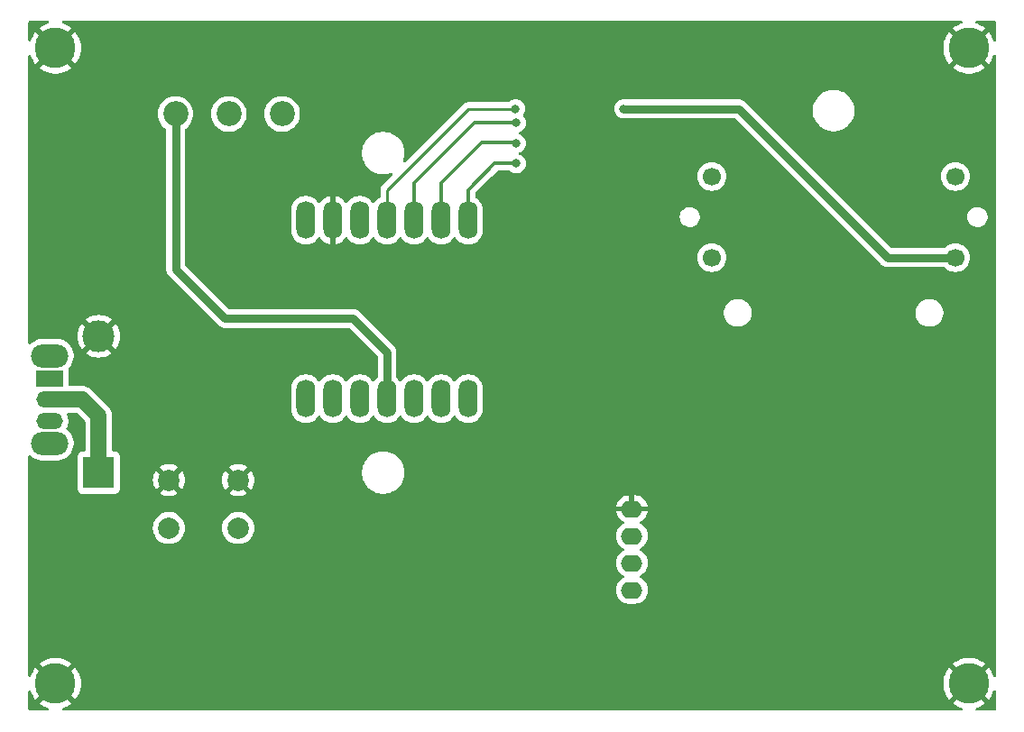
<source format=gbr>
%TF.GenerationSoftware,KiCad,Pcbnew,8.0.0-rc1-67-g7b24167398*%
%TF.CreationDate,2024-01-29T15:53:43-08:00*%
%TF.ProjectId,test,74657374-2e6b-4696-9361-645f70636258,rev?*%
%TF.SameCoordinates,Original*%
%TF.FileFunction,Copper,L2,Bot*%
%TF.FilePolarity,Positive*%
%FSLAX46Y46*%
G04 Gerber Fmt 4.6, Leading zero omitted, Abs format (unit mm)*
G04 Created by KiCad (PCBNEW 8.0.0-rc1-67-g7b24167398) date 2024-01-29 15:53:43*
%MOMM*%
%LPD*%
G01*
G04 APERTURE LIST*
%TA.AperFunction,ComponentPad*%
%ADD10C,3.800000*%
%TD*%
%TA.AperFunction,ComponentPad*%
%ADD11C,1.700000*%
%TD*%
%TA.AperFunction,ComponentPad*%
%ADD12C,2.000000*%
%TD*%
%TA.AperFunction,ComponentPad*%
%ADD13O,2.000000X1.600000*%
%TD*%
%TA.AperFunction,ComponentPad*%
%ADD14O,3.500000X2.200000*%
%TD*%
%TA.AperFunction,ComponentPad*%
%ADD15R,2.500000X1.500000*%
%TD*%
%TA.AperFunction,ComponentPad*%
%ADD16O,2.500000X1.500000*%
%TD*%
%TA.AperFunction,ComponentPad*%
%ADD17C,2.340000*%
%TD*%
%TA.AperFunction,ComponentPad*%
%ADD18O,1.778000X3.556000*%
%TD*%
%TA.AperFunction,ComponentPad*%
%ADD19R,3.000000X3.000000*%
%TD*%
%TA.AperFunction,ComponentPad*%
%ADD20C,3.000000*%
%TD*%
%TA.AperFunction,ViaPad*%
%ADD21C,0.800000*%
%TD*%
%TA.AperFunction,Conductor*%
%ADD22C,0.300000*%
%TD*%
%TA.AperFunction,Conductor*%
%ADD23C,0.250000*%
%TD*%
%TA.AperFunction,Conductor*%
%ADD24C,1.500000*%
%TD*%
%TA.AperFunction,Conductor*%
%ADD25C,0.750000*%
%TD*%
G04 APERTURE END LIST*
D10*
%TO.P,H4,1,1*%
%TO.N,GND*%
X182245000Y-107950000D03*
%TD*%
%TO.P,H2,1,1*%
%TO.N,GND*%
X182245000Y-48260000D03*
%TD*%
D11*
%TO.P,M1,1*%
%TO.N,Net-(U2-O2)*%
X180975000Y-60325000D03*
%TO.P,M1,2,-*%
%TO.N,Net-(M1--)*%
X180975000Y-67945000D03*
%TO.P,M1,3*%
%TO.N,Net-(U2-O3)*%
X158115000Y-60325000D03*
%TO.P,M1,4*%
%TO.N,Net-(U2-O4)*%
X158115000Y-67945000D03*
%TD*%
D10*
%TO.P,H3,1,1*%
%TO.N,GND*%
X96520000Y-107950000D03*
%TD*%
D12*
%TO.P,SW1,1,1*%
%TO.N,GND*%
X107165000Y-88845000D03*
X113665000Y-88845000D03*
%TO.P,SW1,2,2*%
%TO.N,Net-(U3-GPIO1_A0_D0)*%
X107165000Y-93345000D03*
X113665000Y-93345000D03*
%TD*%
D13*
%TO.P,J3,1,Pin_1*%
%TO.N,Net-(J3-Pin_1)*%
X150610000Y-99170000D03*
%TO.P,J3,2,Pin_2*%
%TO.N,Net-(J3-Pin_2)*%
X150610000Y-96630000D03*
%TO.P,J3,3,Pin_3*%
%TO.N,+5V*%
X150610000Y-94090000D03*
%TO.P,J3,4,Pin_4*%
%TO.N,GND*%
X150610000Y-91550000D03*
%TD*%
D14*
%TO.P,SW2,*%
%TO.N,*%
X95980000Y-77180000D03*
X95980000Y-85380000D03*
D15*
%TO.P,SW2,1,A*%
%TO.N,unconnected-(SW2-A-Pad1)*%
X95980000Y-79280000D03*
D16*
%TO.P,SW2,2,B*%
%TO.N,Net-(J1-Pin_1)*%
X95980000Y-81280000D03*
%TO.P,SW2,3,C*%
%TO.N,+5V*%
X95980000Y-83280000D03*
%TD*%
D17*
%TO.P,RV1,1,1*%
%TO.N,unconnected-(RV1-Pad1)*%
X117790000Y-54450000D03*
%TO.P,RV1,2,2*%
%TO.N,+3V3*%
X112790000Y-54450000D03*
%TO.P,RV1,3,3*%
%TO.N,Net-(U3-GPIO4_A3_D3)*%
X107790000Y-54450000D03*
%TD*%
D18*
%TO.P,U3,1,GPIO1_A0_D0*%
%TO.N,Net-(U3-GPIO1_A0_D0)*%
X120015000Y-81191500D03*
%TO.P,U3,2,GPIO2_A1_D1*%
%TO.N,unconnected-(U3-GPIO2_A1_D1-Pad2)*%
X122555000Y-81191500D03*
%TO.P,U3,3,GPIO3_A2_D2*%
%TO.N,unconnected-(U3-GPIO3_A2_D2-Pad3)*%
X125095000Y-81191500D03*
%TO.P,U3,4,GPIO4_A3_D3*%
%TO.N,Net-(U3-GPIO4_A3_D3)*%
X127635000Y-81191500D03*
%TO.P,U3,5,GPIO4_A3_D3_SDA*%
%TO.N,Net-(J3-Pin_1)*%
X130175000Y-81191500D03*
%TO.P,U3,6,GPIO6_A5_D5_SCL*%
%TO.N,Net-(J3-Pin_2)*%
X132715000Y-81191500D03*
%TO.P,U3,7,GPIO43_TX_D6*%
%TO.N,unconnected-(U3-GPIO43_TX_D6-Pad7)*%
X135255000Y-81191500D03*
%TO.P,U3,8,5V*%
%TO.N,+5V*%
X120015000Y-64427500D03*
%TO.P,U3,9,GND*%
%TO.N,GND*%
X122555000Y-64427500D03*
%TO.P,U3,10,3V3*%
%TO.N,+3V3*%
X125095000Y-64427500D03*
%TO.P,U3,11,GPIO9_A10_D10_COPI*%
%TO.N,/P10*%
X127635000Y-64427500D03*
%TO.P,U3,12,GPIO8_A9_D9_CIPO*%
%TO.N,/P11*%
X130175000Y-64427500D03*
%TO.P,U3,13,GPIO7_A8_D8_SCK*%
%TO.N,/P12*%
X132715000Y-64427500D03*
%TO.P,U3,14,GPIO44_D7_RX*%
%TO.N,/P13*%
X135255000Y-64427500D03*
%TD*%
D10*
%TO.P,H1,1,1*%
%TO.N,GND*%
X96520000Y-48260000D03*
%TD*%
D19*
%TO.P,J1,1,Pin_1*%
%TO.N,Net-(J1-Pin_1)*%
X100585000Y-88135000D03*
D20*
%TO.P,J1,2,Pin_2*%
%TO.N,GND*%
X100585000Y-75335000D03*
%TD*%
D21*
%TO.N,/P13*%
X139765000Y-59120000D03*
%TO.N,/P12*%
X139765000Y-57215000D03*
%TO.N,/P11*%
X139765000Y-55310000D03*
%TO.N,/P10*%
X139700000Y-53975000D03*
%TO.N,Net-(M1--)*%
X149860000Y-53975000D03*
%TD*%
D22*
%TO.N,/P13*%
X137730000Y-59120000D02*
X139765000Y-59120000D01*
X135255000Y-61595000D02*
X137730000Y-59120000D01*
X135255000Y-65189500D02*
X135255000Y-61595000D01*
%TO.N,/P12*%
X132715000Y-60960000D02*
X136525000Y-57150000D01*
X136525000Y-57150000D02*
X139700000Y-57150000D01*
X132715000Y-65189500D02*
X132715000Y-60960000D01*
X139700000Y-57150000D02*
X139765000Y-57215000D01*
%TO.N,/P11*%
X130175000Y-60960000D02*
X135890000Y-55245000D01*
X135890000Y-55245000D02*
X139700000Y-55245000D01*
X130175000Y-65189500D02*
X130175000Y-60960000D01*
X139700000Y-55245000D02*
X139765000Y-55310000D01*
D23*
%TO.N,/P10*%
X139700000Y-53975000D02*
X135255000Y-53975000D01*
X127635000Y-61595000D02*
X127635000Y-65189500D01*
X135255000Y-53975000D02*
X127635000Y-61595000D01*
D24*
%TO.N,Net-(J1-Pin_1)*%
X95980000Y-81280000D02*
X99060000Y-81280000D01*
X99060000Y-81280000D02*
X100585000Y-82805000D01*
X100585000Y-82805000D02*
X100585000Y-88135000D01*
D25*
%TO.N,Net-(U3-GPIO4_A3_D3)*%
X127635000Y-76835000D02*
X124460000Y-73660000D01*
X124460000Y-73660000D02*
X112395000Y-73660000D01*
X112395000Y-73660000D02*
X107790000Y-69055000D01*
X107790000Y-69055000D02*
X107790000Y-54450000D01*
X127635000Y-80429500D02*
X127635000Y-76835000D01*
%TO.N,Net-(M1--)*%
X149860000Y-53975000D02*
X160655000Y-53975000D01*
X174625000Y-67945000D02*
X180975000Y-67945000D01*
X160655000Y-53975000D02*
X174625000Y-67945000D01*
%TD*%
%TA.AperFunction,Conductor*%
%TO.N,GND*%
G36*
X95680967Y-108666602D02*
G01*
X95803398Y-108789033D01*
X95937262Y-108886290D01*
X95006564Y-109816987D01*
X95006565Y-109816989D01*
X95231461Y-109980385D01*
X95231479Y-109980397D01*
X95496109Y-110125878D01*
X95496117Y-110125882D01*
X95776889Y-110237047D01*
X95776892Y-110237048D01*
X95811353Y-110245896D01*
X95871391Y-110281634D01*
X95902577Y-110344157D01*
X95895009Y-110413616D01*
X95851091Y-110467957D01*
X95784765Y-110489927D01*
X95780516Y-110490000D01*
X94104000Y-110490000D01*
X94036961Y-110470315D01*
X93991206Y-110417511D01*
X93980000Y-110366000D01*
X93980000Y-108682152D01*
X93999685Y-108615113D01*
X94052489Y-108569358D01*
X94121647Y-108559414D01*
X94185203Y-108588439D01*
X94221931Y-108643834D01*
X94284125Y-108835247D01*
X94284127Y-108835252D01*
X94412704Y-109108491D01*
X94412707Y-109108497D01*
X94574516Y-109363469D01*
X94655311Y-109461133D01*
X95583708Y-108532736D01*
X95680967Y-108666602D01*
G37*
%TD.AperFunction*%
%TA.AperFunction,Conductor*%
G36*
X181572555Y-45739685D02*
G01*
X181618310Y-45792489D01*
X181628254Y-45861647D01*
X181599229Y-45925203D01*
X181540451Y-45962977D01*
X181536353Y-45964104D01*
X181501892Y-45972951D01*
X181501889Y-45972952D01*
X181221117Y-46084117D01*
X181221109Y-46084121D01*
X180956476Y-46229604D01*
X180956471Y-46229607D01*
X180731565Y-46393010D01*
X180731564Y-46393011D01*
X181662262Y-47323709D01*
X181528398Y-47420967D01*
X181405967Y-47543398D01*
X181308709Y-47677262D01*
X180380311Y-46748864D01*
X180299520Y-46846525D01*
X180299518Y-46846528D01*
X180137707Y-47101502D01*
X180137704Y-47101508D01*
X180009127Y-47374747D01*
X180009125Y-47374752D01*
X179915805Y-47661959D01*
X179859216Y-47958609D01*
X179859215Y-47958616D01*
X179840255Y-48259994D01*
X179840255Y-48260005D01*
X179859215Y-48561383D01*
X179859216Y-48561390D01*
X179915805Y-48858040D01*
X180009125Y-49145247D01*
X180009127Y-49145252D01*
X180137704Y-49418491D01*
X180137707Y-49418497D01*
X180299516Y-49673469D01*
X180380311Y-49771133D01*
X181308708Y-48842736D01*
X181405967Y-48976602D01*
X181528398Y-49099033D01*
X181662262Y-49196290D01*
X180731564Y-50126987D01*
X180731565Y-50126989D01*
X180956461Y-50290385D01*
X180956479Y-50290397D01*
X181221109Y-50435878D01*
X181221117Y-50435882D01*
X181501889Y-50547047D01*
X181501892Y-50547048D01*
X181794399Y-50622150D01*
X182093995Y-50659999D01*
X182094007Y-50660000D01*
X182395993Y-50660000D01*
X182396004Y-50659999D01*
X182695600Y-50622150D01*
X182988107Y-50547048D01*
X182988110Y-50547047D01*
X183268882Y-50435882D01*
X183268890Y-50435878D01*
X183533520Y-50290397D01*
X183533530Y-50290390D01*
X183758433Y-50126987D01*
X183758434Y-50126987D01*
X182827737Y-49196290D01*
X182961602Y-49099033D01*
X183084033Y-48976602D01*
X183181290Y-48842737D01*
X184109687Y-49771134D01*
X184190486Y-49673464D01*
X184352292Y-49418497D01*
X184352295Y-49418491D01*
X184480872Y-49145252D01*
X184480874Y-49145247D01*
X184543069Y-48953834D01*
X184582507Y-48896158D01*
X184646865Y-48868960D01*
X184715712Y-48880875D01*
X184767187Y-48928119D01*
X184785000Y-48992152D01*
X184785000Y-107217847D01*
X184765315Y-107284886D01*
X184712511Y-107330641D01*
X184643353Y-107340585D01*
X184579797Y-107311560D01*
X184543069Y-107256165D01*
X184480874Y-107064752D01*
X184480872Y-107064747D01*
X184352295Y-106791508D01*
X184352292Y-106791502D01*
X184190483Y-106536530D01*
X184109686Y-106438864D01*
X183181289Y-107367261D01*
X183084033Y-107233398D01*
X182961602Y-107110967D01*
X182827736Y-107013709D01*
X183758434Y-106083011D01*
X183758433Y-106083009D01*
X183533538Y-105919614D01*
X183533520Y-105919602D01*
X183268890Y-105774121D01*
X183268882Y-105774117D01*
X182988110Y-105662952D01*
X182988107Y-105662951D01*
X182695600Y-105587849D01*
X182396004Y-105550000D01*
X182093995Y-105550000D01*
X181794399Y-105587849D01*
X181501892Y-105662951D01*
X181501889Y-105662952D01*
X181221117Y-105774117D01*
X181221109Y-105774121D01*
X180956476Y-105919604D01*
X180956471Y-105919607D01*
X180731565Y-106083010D01*
X180731564Y-106083011D01*
X181662262Y-107013709D01*
X181528398Y-107110967D01*
X181405967Y-107233398D01*
X181308709Y-107367262D01*
X180380311Y-106438864D01*
X180299520Y-106536525D01*
X180299518Y-106536528D01*
X180137707Y-106791502D01*
X180137704Y-106791508D01*
X180009127Y-107064747D01*
X180009125Y-107064752D01*
X179915805Y-107351959D01*
X179859216Y-107648609D01*
X179859215Y-107648616D01*
X179840255Y-107949994D01*
X179840255Y-107950005D01*
X179859215Y-108251383D01*
X179859216Y-108251390D01*
X179915805Y-108548040D01*
X180009125Y-108835247D01*
X180009127Y-108835252D01*
X180137704Y-109108491D01*
X180137707Y-109108497D01*
X180299516Y-109363469D01*
X180380311Y-109461133D01*
X181308708Y-108532736D01*
X181405967Y-108666602D01*
X181528398Y-108789033D01*
X181662262Y-108886290D01*
X180731564Y-109816987D01*
X180731565Y-109816989D01*
X180956461Y-109980385D01*
X180956479Y-109980397D01*
X181221109Y-110125878D01*
X181221117Y-110125882D01*
X181501889Y-110237047D01*
X181501892Y-110237048D01*
X181536353Y-110245896D01*
X181596391Y-110281634D01*
X181627577Y-110344157D01*
X181620009Y-110413616D01*
X181576091Y-110467957D01*
X181509765Y-110489927D01*
X181505516Y-110490000D01*
X97259484Y-110490000D01*
X97192445Y-110470315D01*
X97146690Y-110417511D01*
X97136746Y-110348353D01*
X97165771Y-110284797D01*
X97224549Y-110247023D01*
X97228647Y-110245896D01*
X97263107Y-110237048D01*
X97263110Y-110237047D01*
X97543882Y-110125882D01*
X97543890Y-110125878D01*
X97808520Y-109980397D01*
X97808530Y-109980390D01*
X98033433Y-109816987D01*
X98033434Y-109816987D01*
X97102737Y-108886290D01*
X97236602Y-108789033D01*
X97359033Y-108666602D01*
X97456290Y-108532737D01*
X98384687Y-109461134D01*
X98465486Y-109363464D01*
X98627292Y-109108497D01*
X98627295Y-109108491D01*
X98755872Y-108835252D01*
X98755874Y-108835247D01*
X98849194Y-108548040D01*
X98905783Y-108251390D01*
X98905784Y-108251383D01*
X98924745Y-107950005D01*
X98924745Y-107949994D01*
X98905784Y-107648616D01*
X98905783Y-107648609D01*
X98849194Y-107351959D01*
X98755874Y-107064752D01*
X98755872Y-107064747D01*
X98627295Y-106791508D01*
X98627292Y-106791502D01*
X98465483Y-106536530D01*
X98384686Y-106438864D01*
X97456289Y-107367261D01*
X97359033Y-107233398D01*
X97236602Y-107110967D01*
X97102736Y-107013709D01*
X98033434Y-106083011D01*
X98033433Y-106083009D01*
X97808538Y-105919614D01*
X97808520Y-105919602D01*
X97543890Y-105774121D01*
X97543882Y-105774117D01*
X97263110Y-105662952D01*
X97263107Y-105662951D01*
X96970600Y-105587849D01*
X96671004Y-105550000D01*
X96368995Y-105550000D01*
X96069399Y-105587849D01*
X95776892Y-105662951D01*
X95776889Y-105662952D01*
X95496117Y-105774117D01*
X95496109Y-105774121D01*
X95231476Y-105919604D01*
X95231471Y-105919607D01*
X95006565Y-106083010D01*
X95006564Y-106083011D01*
X95937262Y-107013709D01*
X95803398Y-107110967D01*
X95680967Y-107233398D01*
X95583709Y-107367262D01*
X94655311Y-106438864D01*
X94574520Y-106536525D01*
X94574518Y-106536528D01*
X94412707Y-106791502D01*
X94412704Y-106791508D01*
X94284127Y-107064747D01*
X94284125Y-107064752D01*
X94221931Y-107256165D01*
X94182493Y-107313841D01*
X94118135Y-107341039D01*
X94049288Y-107329124D01*
X93997813Y-107281880D01*
X93980000Y-107217847D01*
X93980000Y-99272351D01*
X149109500Y-99272351D01*
X149141522Y-99474534D01*
X149204781Y-99669223D01*
X149297715Y-99851613D01*
X149418028Y-100017213D01*
X149562786Y-100161971D01*
X149717749Y-100274556D01*
X149728390Y-100282287D01*
X149844607Y-100341503D01*
X149910776Y-100375218D01*
X149910778Y-100375218D01*
X149910781Y-100375220D01*
X150015137Y-100409127D01*
X150105465Y-100438477D01*
X150206557Y-100454488D01*
X150307648Y-100470500D01*
X150307649Y-100470500D01*
X150912351Y-100470500D01*
X150912352Y-100470500D01*
X151114534Y-100438477D01*
X151309219Y-100375220D01*
X151491610Y-100282287D01*
X151584590Y-100214732D01*
X151657213Y-100161971D01*
X151657215Y-100161968D01*
X151657219Y-100161966D01*
X151801966Y-100017219D01*
X151801968Y-100017215D01*
X151801971Y-100017213D01*
X151854732Y-99944590D01*
X151922287Y-99851610D01*
X152015220Y-99669219D01*
X152078477Y-99474534D01*
X152110500Y-99272352D01*
X152110500Y-99067648D01*
X152078477Y-98865466D01*
X152015220Y-98670781D01*
X152015218Y-98670778D01*
X152015218Y-98670776D01*
X151981503Y-98604607D01*
X151922287Y-98488390D01*
X151914556Y-98477749D01*
X151801971Y-98322786D01*
X151657213Y-98178028D01*
X151491614Y-98057715D01*
X151485006Y-98054348D01*
X151398917Y-98010483D01*
X151348123Y-97962511D01*
X151331328Y-97894690D01*
X151353865Y-97828555D01*
X151398917Y-97789516D01*
X151491610Y-97742287D01*
X151512770Y-97726913D01*
X151657213Y-97621971D01*
X151657215Y-97621968D01*
X151657219Y-97621966D01*
X151801966Y-97477219D01*
X151801968Y-97477215D01*
X151801971Y-97477213D01*
X151854732Y-97404590D01*
X151922287Y-97311610D01*
X152015220Y-97129219D01*
X152078477Y-96934534D01*
X152110500Y-96732352D01*
X152110500Y-96527648D01*
X152078477Y-96325466D01*
X152015220Y-96130781D01*
X152015218Y-96130778D01*
X152015218Y-96130776D01*
X151981503Y-96064607D01*
X151922287Y-95948390D01*
X151914556Y-95937749D01*
X151801971Y-95782786D01*
X151657213Y-95638028D01*
X151491614Y-95517715D01*
X151485006Y-95514348D01*
X151398917Y-95470483D01*
X151348123Y-95422511D01*
X151331328Y-95354690D01*
X151353865Y-95288555D01*
X151398917Y-95249516D01*
X151491610Y-95202287D01*
X151512770Y-95186913D01*
X151657213Y-95081971D01*
X151657215Y-95081968D01*
X151657219Y-95081966D01*
X151801966Y-94937219D01*
X151801968Y-94937215D01*
X151801971Y-94937213D01*
X151868603Y-94845500D01*
X151922287Y-94771610D01*
X152015220Y-94589219D01*
X152078477Y-94394534D01*
X152110500Y-94192352D01*
X152110500Y-93987648D01*
X152078477Y-93785466D01*
X152015220Y-93590781D01*
X152015218Y-93590778D01*
X152015218Y-93590776D01*
X151981503Y-93524607D01*
X151922287Y-93408390D01*
X151914556Y-93397749D01*
X151801971Y-93242786D01*
X151657213Y-93098028D01*
X151491611Y-92977713D01*
X151398369Y-92930203D01*
X151347574Y-92882229D01*
X151330779Y-92814407D01*
X151353317Y-92748273D01*
X151398371Y-92709234D01*
X151491347Y-92661861D01*
X151656894Y-92541582D01*
X151656895Y-92541582D01*
X151801582Y-92396895D01*
X151801582Y-92396894D01*
X151921859Y-92231349D01*
X152014755Y-92049029D01*
X152077990Y-91854413D01*
X152086609Y-91800000D01*
X151043012Y-91800000D01*
X151075925Y-91742993D01*
X151110000Y-91615826D01*
X151110000Y-91484174D01*
X151075925Y-91357007D01*
X151043012Y-91300000D01*
X152086609Y-91300000D01*
X152077990Y-91245586D01*
X152014755Y-91050970D01*
X151921859Y-90868650D01*
X151801582Y-90703105D01*
X151801582Y-90703104D01*
X151656895Y-90558417D01*
X151491349Y-90438140D01*
X151309031Y-90345244D01*
X151114417Y-90282009D01*
X150912317Y-90250000D01*
X150860000Y-90250000D01*
X150860000Y-91116988D01*
X150802993Y-91084075D01*
X150675826Y-91050000D01*
X150544174Y-91050000D01*
X150417007Y-91084075D01*
X150360000Y-91116988D01*
X150360000Y-90250000D01*
X150307683Y-90250000D01*
X150105582Y-90282009D01*
X149910968Y-90345244D01*
X149728650Y-90438140D01*
X149563105Y-90558417D01*
X149563104Y-90558417D01*
X149418417Y-90703104D01*
X149418417Y-90703105D01*
X149298140Y-90868650D01*
X149205244Y-91050970D01*
X149142009Y-91245586D01*
X149133391Y-91300000D01*
X150176988Y-91300000D01*
X150144075Y-91357007D01*
X150110000Y-91484174D01*
X150110000Y-91615826D01*
X150144075Y-91742993D01*
X150176988Y-91800000D01*
X149133391Y-91800000D01*
X149142009Y-91854413D01*
X149205244Y-92049029D01*
X149298140Y-92231349D01*
X149418417Y-92396894D01*
X149418417Y-92396895D01*
X149563104Y-92541582D01*
X149728652Y-92661861D01*
X149821628Y-92709234D01*
X149872425Y-92757208D01*
X149889220Y-92825029D01*
X149866683Y-92891164D01*
X149821630Y-92930203D01*
X149728388Y-92977713D01*
X149562786Y-93098028D01*
X149418028Y-93242786D01*
X149297715Y-93408386D01*
X149204781Y-93590776D01*
X149141522Y-93785465D01*
X149109500Y-93987648D01*
X149109500Y-94192351D01*
X149141522Y-94394534D01*
X149204781Y-94589223D01*
X149297715Y-94771613D01*
X149418028Y-94937213D01*
X149562786Y-95081971D01*
X149717749Y-95194556D01*
X149728390Y-95202287D01*
X149819840Y-95248883D01*
X149821080Y-95249515D01*
X149871876Y-95297490D01*
X149888671Y-95365311D01*
X149866134Y-95431446D01*
X149821080Y-95470485D01*
X149728386Y-95517715D01*
X149562786Y-95638028D01*
X149418028Y-95782786D01*
X149297715Y-95948386D01*
X149204781Y-96130776D01*
X149141522Y-96325465D01*
X149109500Y-96527648D01*
X149109500Y-96732351D01*
X149141522Y-96934534D01*
X149204781Y-97129223D01*
X149297715Y-97311613D01*
X149418028Y-97477213D01*
X149562786Y-97621971D01*
X149717749Y-97734556D01*
X149728390Y-97742287D01*
X149819840Y-97788883D01*
X149821080Y-97789515D01*
X149871876Y-97837490D01*
X149888671Y-97905311D01*
X149866134Y-97971446D01*
X149821080Y-98010485D01*
X149728386Y-98057715D01*
X149562786Y-98178028D01*
X149418028Y-98322786D01*
X149297715Y-98488386D01*
X149204781Y-98670776D01*
X149141522Y-98865465D01*
X149109500Y-99067648D01*
X149109500Y-99272351D01*
X93980000Y-99272351D01*
X93980000Y-93345005D01*
X105659357Y-93345005D01*
X105679890Y-93592812D01*
X105679892Y-93592824D01*
X105740936Y-93833881D01*
X105840826Y-94061606D01*
X105976833Y-94269782D01*
X105976836Y-94269785D01*
X106145256Y-94452738D01*
X106341491Y-94605474D01*
X106560190Y-94723828D01*
X106795386Y-94804571D01*
X107040665Y-94845500D01*
X107289335Y-94845500D01*
X107534614Y-94804571D01*
X107769810Y-94723828D01*
X107988509Y-94605474D01*
X108184744Y-94452738D01*
X108353164Y-94269785D01*
X108489173Y-94061607D01*
X108589063Y-93833881D01*
X108650108Y-93592821D01*
X108650277Y-93590781D01*
X108670643Y-93345005D01*
X112159357Y-93345005D01*
X112179890Y-93592812D01*
X112179892Y-93592824D01*
X112240936Y-93833881D01*
X112340826Y-94061606D01*
X112476833Y-94269782D01*
X112476836Y-94269785D01*
X112645256Y-94452738D01*
X112841491Y-94605474D01*
X113060190Y-94723828D01*
X113295386Y-94804571D01*
X113540665Y-94845500D01*
X113789335Y-94845500D01*
X114034614Y-94804571D01*
X114269810Y-94723828D01*
X114488509Y-94605474D01*
X114684744Y-94452738D01*
X114853164Y-94269785D01*
X114989173Y-94061607D01*
X115089063Y-93833881D01*
X115150108Y-93592821D01*
X115150277Y-93590781D01*
X115170643Y-93345005D01*
X115170643Y-93344994D01*
X115150109Y-93097187D01*
X115150107Y-93097175D01*
X115089063Y-92856118D01*
X114989173Y-92628393D01*
X114853166Y-92420217D01*
X114831557Y-92396744D01*
X114684744Y-92237262D01*
X114488509Y-92084526D01*
X114488507Y-92084525D01*
X114488506Y-92084524D01*
X114269811Y-91966172D01*
X114269802Y-91966169D01*
X114034616Y-91885429D01*
X113789335Y-91844500D01*
X113540665Y-91844500D01*
X113295383Y-91885429D01*
X113060197Y-91966169D01*
X113060188Y-91966172D01*
X112841493Y-92084524D01*
X112645257Y-92237261D01*
X112476833Y-92420217D01*
X112340826Y-92628393D01*
X112240936Y-92856118D01*
X112179892Y-93097175D01*
X112179890Y-93097187D01*
X112159357Y-93344994D01*
X112159357Y-93345005D01*
X108670643Y-93345005D01*
X108670643Y-93344994D01*
X108650109Y-93097187D01*
X108650107Y-93097175D01*
X108589063Y-92856118D01*
X108489173Y-92628393D01*
X108353166Y-92420217D01*
X108331557Y-92396744D01*
X108184744Y-92237262D01*
X107988509Y-92084526D01*
X107988507Y-92084525D01*
X107988506Y-92084524D01*
X107769811Y-91966172D01*
X107769802Y-91966169D01*
X107534616Y-91885429D01*
X107289335Y-91844500D01*
X107040665Y-91844500D01*
X106795383Y-91885429D01*
X106560197Y-91966169D01*
X106560188Y-91966172D01*
X106341493Y-92084524D01*
X106145257Y-92237261D01*
X105976833Y-92420217D01*
X105840826Y-92628393D01*
X105740936Y-92856118D01*
X105679892Y-93097175D01*
X105679890Y-93097187D01*
X105659357Y-93344994D01*
X105659357Y-93345005D01*
X93980000Y-93345005D01*
X93980000Y-86592811D01*
X93999685Y-86525772D01*
X94052489Y-86480017D01*
X94121647Y-86470073D01*
X94185203Y-86499098D01*
X94191681Y-86505130D01*
X94287345Y-86600794D01*
X94287350Y-86600798D01*
X94465117Y-86729952D01*
X94491155Y-86748870D01*
X94617292Y-86813140D01*
X94715616Y-86863239D01*
X94715618Y-86863239D01*
X94715621Y-86863241D01*
X94955215Y-86941090D01*
X95204038Y-86980500D01*
X95204039Y-86980500D01*
X96755961Y-86980500D01*
X96755962Y-86980500D01*
X97004785Y-86941090D01*
X97244379Y-86863241D01*
X97468845Y-86748870D01*
X97672656Y-86600793D01*
X97850793Y-86422656D01*
X97998870Y-86218845D01*
X98113241Y-85994379D01*
X98191090Y-85754785D01*
X98230500Y-85505962D01*
X98230500Y-85254038D01*
X98191090Y-85005215D01*
X98113241Y-84765621D01*
X98113239Y-84765618D01*
X98113239Y-84765616D01*
X98071747Y-84684184D01*
X97998870Y-84541155D01*
X97979952Y-84515117D01*
X97850798Y-84337350D01*
X97850794Y-84337345D01*
X97672658Y-84159209D01*
X97672656Y-84159207D01*
X97585245Y-84095699D01*
X97542581Y-84040370D01*
X97536602Y-83970756D01*
X97547647Y-83939087D01*
X97549520Y-83935409D01*
X97549524Y-83935405D01*
X97638884Y-83760025D01*
X97699709Y-83572826D01*
X97721414Y-83435785D01*
X97730500Y-83378422D01*
X97730500Y-83181577D01*
X97699709Y-82987173D01*
X97671487Y-82900317D01*
X97638884Y-82799975D01*
X97638882Y-82799972D01*
X97638882Y-82799970D01*
X97593445Y-82710795D01*
X97580549Y-82642125D01*
X97606826Y-82577385D01*
X97663932Y-82537128D01*
X97703930Y-82530500D01*
X98490664Y-82530500D01*
X98557703Y-82550185D01*
X98578345Y-82566819D01*
X99298181Y-83286655D01*
X99331666Y-83347978D01*
X99334500Y-83374336D01*
X99334500Y-86010500D01*
X99314815Y-86077539D01*
X99262011Y-86123294D01*
X99210501Y-86134500D01*
X99037130Y-86134500D01*
X99037123Y-86134501D01*
X98977516Y-86140908D01*
X98842671Y-86191202D01*
X98842664Y-86191206D01*
X98727455Y-86277452D01*
X98727452Y-86277455D01*
X98641206Y-86392664D01*
X98641202Y-86392671D01*
X98590908Y-86527517D01*
X98584501Y-86587116D01*
X98584501Y-86587123D01*
X98584500Y-86587135D01*
X98584500Y-89682870D01*
X98584501Y-89682876D01*
X98590908Y-89742483D01*
X98641202Y-89877328D01*
X98641206Y-89877335D01*
X98727452Y-89992544D01*
X98727455Y-89992547D01*
X98842664Y-90078793D01*
X98842671Y-90078797D01*
X98977517Y-90129091D01*
X98977516Y-90129091D01*
X98984444Y-90129835D01*
X99037127Y-90135500D01*
X102132872Y-90135499D01*
X102192483Y-90129091D01*
X102327331Y-90078796D01*
X102442546Y-89992546D01*
X102528796Y-89877331D01*
X102579091Y-89742483D01*
X102585500Y-89682873D01*
X102585500Y-88845005D01*
X105659859Y-88845005D01*
X105680385Y-89092729D01*
X105680387Y-89092738D01*
X105741412Y-89333717D01*
X105841266Y-89561364D01*
X105941564Y-89714882D01*
X106641212Y-89015234D01*
X106652482Y-89057292D01*
X106724890Y-89182708D01*
X106827292Y-89285110D01*
X106952708Y-89357518D01*
X106994765Y-89368787D01*
X106294942Y-90068609D01*
X106341768Y-90105055D01*
X106341770Y-90105056D01*
X106560385Y-90223364D01*
X106560396Y-90223369D01*
X106795506Y-90304083D01*
X107040707Y-90345000D01*
X107289293Y-90345000D01*
X107534493Y-90304083D01*
X107769603Y-90223369D01*
X107769614Y-90223364D01*
X107988228Y-90105057D01*
X107988231Y-90105055D01*
X108035056Y-90068609D01*
X107335234Y-89368787D01*
X107377292Y-89357518D01*
X107502708Y-89285110D01*
X107605110Y-89182708D01*
X107677518Y-89057292D01*
X107688787Y-89015235D01*
X108388434Y-89714882D01*
X108488731Y-89561369D01*
X108588587Y-89333717D01*
X108649612Y-89092738D01*
X108649614Y-89092729D01*
X108670141Y-88845005D01*
X112159859Y-88845005D01*
X112180385Y-89092729D01*
X112180387Y-89092738D01*
X112241412Y-89333717D01*
X112341266Y-89561364D01*
X112441564Y-89714882D01*
X113141212Y-89015234D01*
X113152482Y-89057292D01*
X113224890Y-89182708D01*
X113327292Y-89285110D01*
X113452708Y-89357518D01*
X113494765Y-89368787D01*
X112794942Y-90068609D01*
X112841768Y-90105055D01*
X112841770Y-90105056D01*
X113060385Y-90223364D01*
X113060396Y-90223369D01*
X113295506Y-90304083D01*
X113540707Y-90345000D01*
X113789293Y-90345000D01*
X114034493Y-90304083D01*
X114269603Y-90223369D01*
X114269614Y-90223364D01*
X114488228Y-90105057D01*
X114488231Y-90105055D01*
X114535056Y-90068609D01*
X113835234Y-89368787D01*
X113877292Y-89357518D01*
X114002708Y-89285110D01*
X114105110Y-89182708D01*
X114177518Y-89057292D01*
X114188787Y-89015235D01*
X114888434Y-89714882D01*
X114988731Y-89561369D01*
X115088587Y-89333717D01*
X115149612Y-89092738D01*
X115149614Y-89092729D01*
X115170141Y-88845005D01*
X115170141Y-88844994D01*
X115149614Y-88597270D01*
X115149612Y-88597261D01*
X115088587Y-88356282D01*
X115049042Y-88266127D01*
X125284500Y-88266127D01*
X125296370Y-88356282D01*
X125318730Y-88526116D01*
X125386602Y-88779418D01*
X125386605Y-88779428D01*
X125486953Y-89021690D01*
X125486958Y-89021700D01*
X125618075Y-89248803D01*
X125777718Y-89456851D01*
X125777726Y-89456860D01*
X125963140Y-89642274D01*
X125963148Y-89642281D01*
X126171196Y-89801924D01*
X126398299Y-89933041D01*
X126398309Y-89933046D01*
X126640571Y-90033394D01*
X126640581Y-90033398D01*
X126893884Y-90101270D01*
X127142188Y-90133960D01*
X127153864Y-90135498D01*
X127153880Y-90135500D01*
X127153887Y-90135500D01*
X127416113Y-90135500D01*
X127416120Y-90135500D01*
X127676116Y-90101270D01*
X127929419Y-90033398D01*
X128171697Y-89933043D01*
X128398803Y-89801924D01*
X128606851Y-89642282D01*
X128606855Y-89642277D01*
X128606860Y-89642274D01*
X128792274Y-89456860D01*
X128792277Y-89456855D01*
X128792282Y-89456851D01*
X128951924Y-89248803D01*
X129083043Y-89021697D01*
X129183398Y-88779419D01*
X129251270Y-88526116D01*
X129285500Y-88266120D01*
X129285500Y-88003880D01*
X129251270Y-87743884D01*
X129183398Y-87490581D01*
X129173477Y-87466630D01*
X129083046Y-87248309D01*
X129083041Y-87248299D01*
X128951924Y-87021196D01*
X128792281Y-86813148D01*
X128792274Y-86813140D01*
X128606860Y-86627726D01*
X128606851Y-86627718D01*
X128398803Y-86468075D01*
X128171700Y-86336958D01*
X128171690Y-86336953D01*
X127929428Y-86236605D01*
X127929421Y-86236603D01*
X127929419Y-86236602D01*
X127676116Y-86168730D01*
X127618339Y-86161123D01*
X127416127Y-86134500D01*
X127416120Y-86134500D01*
X127153880Y-86134500D01*
X127153872Y-86134500D01*
X126922772Y-86164926D01*
X126893884Y-86168730D01*
X126706840Y-86218848D01*
X126640581Y-86236602D01*
X126640571Y-86236605D01*
X126398309Y-86336953D01*
X126398299Y-86336958D01*
X126171196Y-86468075D01*
X125963148Y-86627718D01*
X125777718Y-86813148D01*
X125618075Y-87021196D01*
X125486958Y-87248299D01*
X125486953Y-87248309D01*
X125386605Y-87490571D01*
X125386602Y-87490581D01*
X125318730Y-87743885D01*
X125284500Y-88003872D01*
X125284500Y-88266127D01*
X115049042Y-88266127D01*
X114988731Y-88128630D01*
X114888434Y-87975116D01*
X114188787Y-88674764D01*
X114177518Y-88632708D01*
X114105110Y-88507292D01*
X114002708Y-88404890D01*
X113877292Y-88332482D01*
X113835235Y-88321212D01*
X114535057Y-87621390D01*
X114535056Y-87621389D01*
X114488229Y-87584943D01*
X114269614Y-87466635D01*
X114269603Y-87466630D01*
X114034493Y-87385916D01*
X113789293Y-87345000D01*
X113540707Y-87345000D01*
X113295506Y-87385916D01*
X113060396Y-87466630D01*
X113060390Y-87466632D01*
X112841761Y-87584949D01*
X112794942Y-87621388D01*
X112794942Y-87621390D01*
X113494765Y-88321212D01*
X113452708Y-88332482D01*
X113327292Y-88404890D01*
X113224890Y-88507292D01*
X113152482Y-88632708D01*
X113141212Y-88674764D01*
X112441564Y-87975116D01*
X112341267Y-88128632D01*
X112241412Y-88356282D01*
X112180387Y-88597261D01*
X112180385Y-88597270D01*
X112159859Y-88844994D01*
X112159859Y-88845005D01*
X108670141Y-88845005D01*
X108670141Y-88844994D01*
X108649614Y-88597270D01*
X108649612Y-88597261D01*
X108588587Y-88356282D01*
X108488731Y-88128630D01*
X108388434Y-87975116D01*
X107688787Y-88674764D01*
X107677518Y-88632708D01*
X107605110Y-88507292D01*
X107502708Y-88404890D01*
X107377292Y-88332482D01*
X107335235Y-88321212D01*
X108035057Y-87621390D01*
X108035056Y-87621389D01*
X107988229Y-87584943D01*
X107769614Y-87466635D01*
X107769603Y-87466630D01*
X107534493Y-87385916D01*
X107289293Y-87345000D01*
X107040707Y-87345000D01*
X106795506Y-87385916D01*
X106560396Y-87466630D01*
X106560390Y-87466632D01*
X106341761Y-87584949D01*
X106294942Y-87621388D01*
X106294942Y-87621390D01*
X106994765Y-88321212D01*
X106952708Y-88332482D01*
X106827292Y-88404890D01*
X106724890Y-88507292D01*
X106652482Y-88632708D01*
X106641212Y-88674764D01*
X105941564Y-87975116D01*
X105841267Y-88128632D01*
X105741412Y-88356282D01*
X105680387Y-88597261D01*
X105680385Y-88597270D01*
X105659859Y-88844994D01*
X105659859Y-88845005D01*
X102585500Y-88845005D01*
X102585499Y-86587128D01*
X102579091Y-86527517D01*
X102578440Y-86525772D01*
X102528797Y-86392671D01*
X102528793Y-86392664D01*
X102442547Y-86277455D01*
X102442544Y-86277452D01*
X102327335Y-86191206D01*
X102327328Y-86191202D01*
X102192482Y-86140908D01*
X102192483Y-86140908D01*
X102132883Y-86134501D01*
X102132881Y-86134500D01*
X102132873Y-86134500D01*
X102132865Y-86134500D01*
X101959500Y-86134500D01*
X101892461Y-86114815D01*
X101846706Y-86062011D01*
X101835500Y-86010500D01*
X101835500Y-82706577D01*
X101808661Y-82537128D01*
X101804709Y-82512174D01*
X101789496Y-82465354D01*
X101789496Y-82465353D01*
X101743885Y-82324976D01*
X101743884Y-82324973D01*
X101676293Y-82192319D01*
X101654524Y-82149595D01*
X101538829Y-81990355D01*
X99874646Y-80326172D01*
X99715405Y-80210476D01*
X99681389Y-80193144D01*
X99540030Y-80121117D01*
X99352826Y-80060290D01*
X99158422Y-80029500D01*
X99158417Y-80029500D01*
X97854500Y-80029500D01*
X97787461Y-80009815D01*
X97741706Y-79957011D01*
X97730500Y-79905500D01*
X97730499Y-78482129D01*
X97730499Y-78482128D01*
X97724091Y-78422517D01*
X97724089Y-78422514D01*
X97723330Y-78415445D01*
X97735736Y-78346685D01*
X97758938Y-78314510D01*
X97850793Y-78222656D01*
X97998870Y-78018845D01*
X98113241Y-77794379D01*
X98191090Y-77554785D01*
X98230500Y-77305962D01*
X98230500Y-77054038D01*
X98191090Y-76805215D01*
X98113241Y-76565621D01*
X98113239Y-76565618D01*
X98113239Y-76565616D01*
X98071747Y-76484184D01*
X97998870Y-76341155D01*
X97952187Y-76276901D01*
X97850798Y-76137350D01*
X97850794Y-76137345D01*
X97672654Y-75959205D01*
X97672649Y-75959201D01*
X97468848Y-75811132D01*
X97468847Y-75811131D01*
X97468845Y-75811130D01*
X97398747Y-75775413D01*
X97244383Y-75696760D01*
X97004785Y-75618910D01*
X96755962Y-75579500D01*
X95204038Y-75579500D01*
X95079626Y-75599205D01*
X94955214Y-75618910D01*
X94715616Y-75696760D01*
X94491151Y-75811132D01*
X94287350Y-75959201D01*
X94287345Y-75959205D01*
X94191681Y-76054870D01*
X94130358Y-76088355D01*
X94060666Y-76083371D01*
X94004733Y-76041499D01*
X93980316Y-75976035D01*
X93980000Y-75967189D01*
X93980000Y-75335001D01*
X98579891Y-75335001D01*
X98600300Y-75620362D01*
X98661109Y-75899895D01*
X98761091Y-76167958D01*
X98898191Y-76419038D01*
X98898196Y-76419046D01*
X99004882Y-76561561D01*
X99004883Y-76561562D01*
X100020387Y-75546058D01*
X100025889Y-75566591D01*
X100104881Y-75703408D01*
X100216592Y-75815119D01*
X100353409Y-75894111D01*
X100373940Y-75899612D01*
X99358436Y-76915115D01*
X99500960Y-77021807D01*
X99500961Y-77021808D01*
X99752042Y-77158908D01*
X99752041Y-77158908D01*
X100020104Y-77258890D01*
X100299637Y-77319699D01*
X100584999Y-77340109D01*
X100585001Y-77340109D01*
X100870362Y-77319699D01*
X101149895Y-77258890D01*
X101417958Y-77158908D01*
X101669047Y-77021803D01*
X101811561Y-76915116D01*
X101811562Y-76915115D01*
X100796060Y-75899612D01*
X100816591Y-75894111D01*
X100953408Y-75815119D01*
X101065119Y-75703408D01*
X101144111Y-75566591D01*
X101149612Y-75546059D01*
X102165115Y-76561562D01*
X102165116Y-76561561D01*
X102271803Y-76419047D01*
X102408908Y-76167958D01*
X102508890Y-75899895D01*
X102569699Y-75620362D01*
X102590109Y-75335001D01*
X102590109Y-75334998D01*
X102569699Y-75049637D01*
X102508890Y-74770104D01*
X102408908Y-74502041D01*
X102271808Y-74250961D01*
X102271807Y-74250960D01*
X102165115Y-74108436D01*
X101149612Y-75123939D01*
X101144111Y-75103409D01*
X101065119Y-74966592D01*
X100953408Y-74854881D01*
X100816591Y-74775889D01*
X100796059Y-74770387D01*
X101811562Y-73754883D01*
X101811561Y-73754882D01*
X101669046Y-73648196D01*
X101669038Y-73648191D01*
X101417957Y-73511091D01*
X101417958Y-73511091D01*
X101149895Y-73411109D01*
X100870362Y-73350300D01*
X100585001Y-73329891D01*
X100584999Y-73329891D01*
X100299637Y-73350300D01*
X100020104Y-73411109D01*
X99752041Y-73511091D01*
X99500961Y-73648191D01*
X99500953Y-73648196D01*
X99358437Y-73754882D01*
X99358436Y-73754883D01*
X100373941Y-74770387D01*
X100353409Y-74775889D01*
X100216592Y-74854881D01*
X100104881Y-74966592D01*
X100025889Y-75103409D01*
X100020387Y-75123940D01*
X99004883Y-74108436D01*
X99004882Y-74108437D01*
X98898196Y-74250953D01*
X98898191Y-74250961D01*
X98761091Y-74502041D01*
X98661109Y-74770104D01*
X98600300Y-75049637D01*
X98579891Y-75334998D01*
X98579891Y-75335001D01*
X93980000Y-75335001D01*
X93980000Y-54450004D01*
X106114816Y-54450004D01*
X106133524Y-54699663D01*
X106133525Y-54699668D01*
X106189236Y-54943755D01*
X106189238Y-54943764D01*
X106189240Y-54943769D01*
X106280711Y-55176835D01*
X106405898Y-55393665D01*
X106489307Y-55498256D01*
X106562006Y-55589418D01*
X106657774Y-55678277D01*
X106745540Y-55759712D01*
X106860351Y-55837988D01*
X106904653Y-55892017D01*
X106914500Y-55940442D01*
X106914500Y-69141233D01*
X106948143Y-69310366D01*
X106948146Y-69310378D01*
X107014138Y-69469698D01*
X107014145Y-69469711D01*
X107109954Y-69613098D01*
X107109957Y-69613102D01*
X111836897Y-74340042D01*
X111836901Y-74340045D01*
X111980288Y-74435854D01*
X111980301Y-74435861D01*
X112139621Y-74501853D01*
X112139626Y-74501855D01*
X112308766Y-74535499D01*
X112308769Y-74535500D01*
X112308771Y-74535500D01*
X112481229Y-74535500D01*
X124045994Y-74535500D01*
X124113033Y-74555185D01*
X124133675Y-74571819D01*
X126723181Y-77161325D01*
X126756666Y-77222648D01*
X126759500Y-77249006D01*
X126759500Y-79161587D01*
X126739815Y-79228626D01*
X126723181Y-79249268D01*
X126575146Y-79397302D01*
X126575142Y-79397306D01*
X126465318Y-79548469D01*
X126409989Y-79591135D01*
X126340375Y-79597114D01*
X126278580Y-79564509D01*
X126264682Y-79548469D01*
X126154857Y-79397306D01*
X126000193Y-79242642D01*
X125823260Y-79114095D01*
X125823259Y-79114094D01*
X125823257Y-79114093D01*
X125760825Y-79082282D01*
X125628383Y-79014798D01*
X125628380Y-79014797D01*
X125420376Y-78947214D01*
X125204361Y-78913000D01*
X125204356Y-78913000D01*
X124985644Y-78913000D01*
X124985639Y-78913000D01*
X124769623Y-78947214D01*
X124561619Y-79014797D01*
X124561616Y-79014798D01*
X124366739Y-79114095D01*
X124189806Y-79242642D01*
X124035142Y-79397306D01*
X123925318Y-79548469D01*
X123869989Y-79591135D01*
X123800375Y-79597114D01*
X123738580Y-79564509D01*
X123724682Y-79548469D01*
X123614857Y-79397306D01*
X123460193Y-79242642D01*
X123283260Y-79114095D01*
X123283259Y-79114094D01*
X123283257Y-79114093D01*
X123220825Y-79082282D01*
X123088383Y-79014798D01*
X123088380Y-79014797D01*
X122880376Y-78947214D01*
X122664361Y-78913000D01*
X122664356Y-78913000D01*
X122445644Y-78913000D01*
X122445639Y-78913000D01*
X122229623Y-78947214D01*
X122021619Y-79014797D01*
X122021616Y-79014798D01*
X121826739Y-79114095D01*
X121649806Y-79242642D01*
X121495142Y-79397306D01*
X121385318Y-79548469D01*
X121329989Y-79591135D01*
X121260375Y-79597114D01*
X121198580Y-79564509D01*
X121184682Y-79548469D01*
X121074857Y-79397306D01*
X120920193Y-79242642D01*
X120743260Y-79114095D01*
X120743259Y-79114094D01*
X120743257Y-79114093D01*
X120680825Y-79082282D01*
X120548383Y-79014798D01*
X120548380Y-79014797D01*
X120340376Y-78947214D01*
X120124361Y-78913000D01*
X120124356Y-78913000D01*
X119905644Y-78913000D01*
X119905639Y-78913000D01*
X119689623Y-78947214D01*
X119481619Y-79014797D01*
X119481616Y-79014798D01*
X119286739Y-79114095D01*
X119109806Y-79242642D01*
X118955142Y-79397306D01*
X118826595Y-79574239D01*
X118727298Y-79769116D01*
X118727297Y-79769119D01*
X118659714Y-79977123D01*
X118625500Y-80193138D01*
X118625500Y-82189861D01*
X118659714Y-82405876D01*
X118727297Y-82613880D01*
X118727298Y-82613883D01*
X118774529Y-82706577D01*
X118822118Y-82799975D01*
X118826595Y-82808760D01*
X118955142Y-82985693D01*
X119109806Y-83140357D01*
X119275374Y-83260647D01*
X119286743Y-83268907D01*
X119392855Y-83322974D01*
X119481616Y-83368201D01*
X119481619Y-83368202D01*
X119513074Y-83378422D01*
X119689625Y-83435786D01*
X119789672Y-83451632D01*
X119905639Y-83470000D01*
X119905644Y-83470000D01*
X120124361Y-83470000D01*
X120229082Y-83453412D01*
X120340375Y-83435786D01*
X120548383Y-83368201D01*
X120743257Y-83268907D01*
X120863449Y-83181583D01*
X120920193Y-83140357D01*
X120920195Y-83140354D01*
X120920199Y-83140352D01*
X121074852Y-82985699D01*
X121184683Y-82834528D01*
X121240011Y-82791864D01*
X121309624Y-82785885D01*
X121371420Y-82818490D01*
X121385313Y-82834523D01*
X121495144Y-82985693D01*
X121495148Y-82985699D01*
X121649806Y-83140357D01*
X121815374Y-83260647D01*
X121826743Y-83268907D01*
X121932855Y-83322974D01*
X122021616Y-83368201D01*
X122021619Y-83368202D01*
X122053074Y-83378422D01*
X122229625Y-83435786D01*
X122329672Y-83451632D01*
X122445639Y-83470000D01*
X122445644Y-83470000D01*
X122664361Y-83470000D01*
X122769082Y-83453412D01*
X122880375Y-83435786D01*
X123088383Y-83368201D01*
X123283257Y-83268907D01*
X123403449Y-83181583D01*
X123460193Y-83140357D01*
X123460195Y-83140354D01*
X123460199Y-83140352D01*
X123614852Y-82985699D01*
X123724683Y-82834528D01*
X123780011Y-82791864D01*
X123849624Y-82785885D01*
X123911420Y-82818490D01*
X123925313Y-82834523D01*
X124035144Y-82985693D01*
X124035148Y-82985699D01*
X124189806Y-83140357D01*
X124355374Y-83260647D01*
X124366743Y-83268907D01*
X124472855Y-83322974D01*
X124561616Y-83368201D01*
X124561619Y-83368202D01*
X124593074Y-83378422D01*
X124769625Y-83435786D01*
X124869672Y-83451632D01*
X124985639Y-83470000D01*
X124985644Y-83470000D01*
X125204361Y-83470000D01*
X125309082Y-83453412D01*
X125420375Y-83435786D01*
X125628383Y-83368201D01*
X125823257Y-83268907D01*
X125943449Y-83181583D01*
X126000193Y-83140357D01*
X126000195Y-83140354D01*
X126000199Y-83140352D01*
X126154852Y-82985699D01*
X126264683Y-82834528D01*
X126320011Y-82791864D01*
X126389624Y-82785885D01*
X126451420Y-82818490D01*
X126465313Y-82834523D01*
X126575144Y-82985693D01*
X126575148Y-82985699D01*
X126729806Y-83140357D01*
X126895374Y-83260647D01*
X126906743Y-83268907D01*
X127012855Y-83322974D01*
X127101616Y-83368201D01*
X127101619Y-83368202D01*
X127133074Y-83378422D01*
X127309625Y-83435786D01*
X127409672Y-83451632D01*
X127525639Y-83470000D01*
X127525644Y-83470000D01*
X127744361Y-83470000D01*
X127849082Y-83453412D01*
X127960375Y-83435786D01*
X128168383Y-83368201D01*
X128363257Y-83268907D01*
X128483449Y-83181583D01*
X128540193Y-83140357D01*
X128540195Y-83140354D01*
X128540199Y-83140352D01*
X128694852Y-82985699D01*
X128804683Y-82834528D01*
X128860011Y-82791864D01*
X128929624Y-82785885D01*
X128991420Y-82818490D01*
X129005313Y-82834523D01*
X129115144Y-82985693D01*
X129115148Y-82985699D01*
X129269806Y-83140357D01*
X129435374Y-83260647D01*
X129446743Y-83268907D01*
X129552855Y-83322974D01*
X129641616Y-83368201D01*
X129641619Y-83368202D01*
X129673074Y-83378422D01*
X129849625Y-83435786D01*
X129949672Y-83451632D01*
X130065639Y-83470000D01*
X130065644Y-83470000D01*
X130284361Y-83470000D01*
X130389082Y-83453412D01*
X130500375Y-83435786D01*
X130708383Y-83368201D01*
X130903257Y-83268907D01*
X131023449Y-83181583D01*
X131080193Y-83140357D01*
X131080195Y-83140354D01*
X131080199Y-83140352D01*
X131234852Y-82985699D01*
X131344683Y-82834528D01*
X131400011Y-82791864D01*
X131469624Y-82785885D01*
X131531420Y-82818490D01*
X131545313Y-82834523D01*
X131655144Y-82985693D01*
X131655148Y-82985699D01*
X131809806Y-83140357D01*
X131975374Y-83260647D01*
X131986743Y-83268907D01*
X132092855Y-83322974D01*
X132181616Y-83368201D01*
X132181619Y-83368202D01*
X132213074Y-83378422D01*
X132389625Y-83435786D01*
X132489672Y-83451632D01*
X132605639Y-83470000D01*
X132605644Y-83470000D01*
X132824361Y-83470000D01*
X132929082Y-83453412D01*
X133040375Y-83435786D01*
X133248383Y-83368201D01*
X133443257Y-83268907D01*
X133563449Y-83181583D01*
X133620193Y-83140357D01*
X133620195Y-83140354D01*
X133620199Y-83140352D01*
X133774852Y-82985699D01*
X133884683Y-82834528D01*
X133940011Y-82791864D01*
X134009624Y-82785885D01*
X134071420Y-82818490D01*
X134085313Y-82834523D01*
X134195144Y-82985693D01*
X134195148Y-82985699D01*
X134349806Y-83140357D01*
X134515374Y-83260647D01*
X134526743Y-83268907D01*
X134632855Y-83322974D01*
X134721616Y-83368201D01*
X134721619Y-83368202D01*
X134753074Y-83378422D01*
X134929625Y-83435786D01*
X135029672Y-83451632D01*
X135145639Y-83470000D01*
X135145644Y-83470000D01*
X135364361Y-83470000D01*
X135469082Y-83453412D01*
X135580375Y-83435786D01*
X135788383Y-83368201D01*
X135983257Y-83268907D01*
X136103449Y-83181583D01*
X136160193Y-83140357D01*
X136160195Y-83140354D01*
X136160199Y-83140352D01*
X136314852Y-82985699D01*
X136314854Y-82985695D01*
X136314857Y-82985693D01*
X136371229Y-82908101D01*
X136443407Y-82808757D01*
X136542701Y-82613883D01*
X136610286Y-82405875D01*
X136630223Y-82280000D01*
X136644500Y-82189861D01*
X136644500Y-80193138D01*
X136618581Y-80029500D01*
X136610286Y-79977125D01*
X136542701Y-79769117D01*
X136542701Y-79769116D01*
X136455060Y-79597114D01*
X136443407Y-79574243D01*
X136424681Y-79548469D01*
X136314857Y-79397306D01*
X136160193Y-79242642D01*
X135983260Y-79114095D01*
X135983259Y-79114094D01*
X135983257Y-79114093D01*
X135920825Y-79082282D01*
X135788383Y-79014798D01*
X135788380Y-79014797D01*
X135580376Y-78947214D01*
X135364361Y-78913000D01*
X135364356Y-78913000D01*
X135145644Y-78913000D01*
X135145639Y-78913000D01*
X134929623Y-78947214D01*
X134721619Y-79014797D01*
X134721616Y-79014798D01*
X134526739Y-79114095D01*
X134349806Y-79242642D01*
X134195142Y-79397306D01*
X134085318Y-79548469D01*
X134029989Y-79591135D01*
X133960375Y-79597114D01*
X133898580Y-79564509D01*
X133884682Y-79548469D01*
X133774857Y-79397306D01*
X133620193Y-79242642D01*
X133443260Y-79114095D01*
X133443259Y-79114094D01*
X133443257Y-79114093D01*
X133380825Y-79082282D01*
X133248383Y-79014798D01*
X133248380Y-79014797D01*
X133040376Y-78947214D01*
X132824361Y-78913000D01*
X132824356Y-78913000D01*
X132605644Y-78913000D01*
X132605639Y-78913000D01*
X132389623Y-78947214D01*
X132181619Y-79014797D01*
X132181616Y-79014798D01*
X131986739Y-79114095D01*
X131809806Y-79242642D01*
X131655142Y-79397306D01*
X131545318Y-79548469D01*
X131489989Y-79591135D01*
X131420375Y-79597114D01*
X131358580Y-79564509D01*
X131344682Y-79548469D01*
X131234857Y-79397306D01*
X131080193Y-79242642D01*
X130903260Y-79114095D01*
X130903259Y-79114094D01*
X130903257Y-79114093D01*
X130840825Y-79082282D01*
X130708383Y-79014798D01*
X130708380Y-79014797D01*
X130500376Y-78947214D01*
X130284361Y-78913000D01*
X130284356Y-78913000D01*
X130065644Y-78913000D01*
X130065639Y-78913000D01*
X129849623Y-78947214D01*
X129641619Y-79014797D01*
X129641616Y-79014798D01*
X129446739Y-79114095D01*
X129269806Y-79242642D01*
X129115142Y-79397306D01*
X129005318Y-79548469D01*
X128949989Y-79591135D01*
X128880375Y-79597114D01*
X128818580Y-79564509D01*
X128804682Y-79548469D01*
X128694857Y-79397306D01*
X128546819Y-79249268D01*
X128513334Y-79187945D01*
X128510500Y-79161587D01*
X128510500Y-76748768D01*
X128510499Y-76748766D01*
X128476856Y-76579633D01*
X128476855Y-76579626D01*
X128469372Y-76561561D01*
X128410861Y-76420301D01*
X128410854Y-76420288D01*
X128315046Y-76276902D01*
X128315045Y-76276901D01*
X128193099Y-76154955D01*
X126609963Y-74571819D01*
X125286666Y-73248521D01*
X159247473Y-73248521D01*
X159286897Y-73472106D01*
X159364549Y-73685450D01*
X159364552Y-73685457D01*
X159478070Y-73882077D01*
X159533726Y-73948404D01*
X159624005Y-74055995D01*
X159797926Y-74201932D01*
X159994547Y-74315450D01*
X160207893Y-74393102D01*
X160431481Y-74432527D01*
X160658517Y-74432527D01*
X160658519Y-74432527D01*
X160882107Y-74393102D01*
X161095453Y-74315450D01*
X161292074Y-74201932D01*
X161465995Y-74055995D01*
X161611932Y-73882074D01*
X161725450Y-73685453D01*
X161803102Y-73472107D01*
X161842527Y-73248521D01*
X177247473Y-73248521D01*
X177286897Y-73472106D01*
X177364549Y-73685450D01*
X177364552Y-73685457D01*
X177478070Y-73882077D01*
X177533726Y-73948404D01*
X177624005Y-74055995D01*
X177797926Y-74201932D01*
X177994547Y-74315450D01*
X178207893Y-74393102D01*
X178431481Y-74432527D01*
X178658517Y-74432527D01*
X178658519Y-74432527D01*
X178882107Y-74393102D01*
X179095453Y-74315450D01*
X179292074Y-74201932D01*
X179465995Y-74055995D01*
X179611932Y-73882074D01*
X179725450Y-73685453D01*
X179803102Y-73472107D01*
X179842527Y-73248519D01*
X179845000Y-73135000D01*
X179842527Y-73021481D01*
X179803102Y-72797893D01*
X179725450Y-72584547D01*
X179611932Y-72387926D01*
X179465995Y-72214005D01*
X179358404Y-72123726D01*
X179292077Y-72068070D01*
X179095457Y-71954552D01*
X179095454Y-71954551D01*
X179095453Y-71954550D01*
X179068511Y-71944744D01*
X178882106Y-71876897D01*
X178658521Y-71837473D01*
X178658519Y-71837473D01*
X178431481Y-71837473D01*
X178431478Y-71837473D01*
X178207893Y-71876897D01*
X177994549Y-71954549D01*
X177994542Y-71954552D01*
X177797922Y-72068070D01*
X177624005Y-72214005D01*
X177478070Y-72387922D01*
X177364552Y-72584542D01*
X177364549Y-72584549D01*
X177286897Y-72797893D01*
X177247473Y-73021478D01*
X177247473Y-73248521D01*
X161842527Y-73248521D01*
X161842527Y-73248519D01*
X161845000Y-73135000D01*
X161842527Y-73021481D01*
X161803102Y-72797893D01*
X161725450Y-72584547D01*
X161611932Y-72387926D01*
X161465995Y-72214005D01*
X161358404Y-72123726D01*
X161292077Y-72068070D01*
X161095457Y-71954552D01*
X161095454Y-71954551D01*
X161095453Y-71954550D01*
X161068511Y-71944744D01*
X160882106Y-71876897D01*
X160658521Y-71837473D01*
X160658519Y-71837473D01*
X160431481Y-71837473D01*
X160431478Y-71837473D01*
X160207893Y-71876897D01*
X159994549Y-71954549D01*
X159994542Y-71954552D01*
X159797922Y-72068070D01*
X159624005Y-72214005D01*
X159478070Y-72387922D01*
X159364552Y-72584542D01*
X159364549Y-72584549D01*
X159286897Y-72797893D01*
X159247473Y-73021478D01*
X159247473Y-73248521D01*
X125286666Y-73248521D01*
X125018102Y-72979957D01*
X125018098Y-72979954D01*
X124874711Y-72884145D01*
X124874698Y-72884138D01*
X124715378Y-72818146D01*
X124715366Y-72818143D01*
X124546232Y-72784500D01*
X124546229Y-72784500D01*
X112809006Y-72784500D01*
X112741967Y-72764815D01*
X112721325Y-72748181D01*
X108701819Y-68728675D01*
X108668334Y-68667352D01*
X108665500Y-68640994D01*
X108665500Y-67945000D01*
X156759341Y-67945000D01*
X156779936Y-68180403D01*
X156779938Y-68180413D01*
X156841094Y-68408655D01*
X156841096Y-68408659D01*
X156841097Y-68408663D01*
X156940965Y-68622830D01*
X156940967Y-68622834D01*
X157049281Y-68777521D01*
X157076505Y-68816401D01*
X157243599Y-68983495D01*
X157340384Y-69051265D01*
X157437165Y-69119032D01*
X157437167Y-69119033D01*
X157437170Y-69119035D01*
X157651337Y-69218903D01*
X157879592Y-69280063D01*
X158067918Y-69296539D01*
X158114999Y-69300659D01*
X158115000Y-69300659D01*
X158115001Y-69300659D01*
X158154234Y-69297226D01*
X158350408Y-69280063D01*
X158578663Y-69218903D01*
X158792830Y-69119035D01*
X158986401Y-68983495D01*
X159153495Y-68816401D01*
X159289035Y-68622830D01*
X159388903Y-68408663D01*
X159450063Y-68180408D01*
X159470659Y-67945000D01*
X159450063Y-67709592D01*
X159388903Y-67481337D01*
X159289035Y-67267171D01*
X159153495Y-67073599D01*
X159153494Y-67073597D01*
X158986402Y-66906506D01*
X158986395Y-66906501D01*
X158792834Y-66770967D01*
X158792830Y-66770965D01*
X158792828Y-66770964D01*
X158578663Y-66671097D01*
X158578659Y-66671096D01*
X158578655Y-66671094D01*
X158350413Y-66609938D01*
X158350403Y-66609936D01*
X158115001Y-66589341D01*
X158114999Y-66589341D01*
X157879596Y-66609936D01*
X157879586Y-66609938D01*
X157651344Y-66671094D01*
X157651337Y-66671096D01*
X157651337Y-66671097D01*
X157637816Y-66677401D01*
X157437171Y-66770964D01*
X157437169Y-66770965D01*
X157243597Y-66906505D01*
X157076505Y-67073597D01*
X156940965Y-67267169D01*
X156940964Y-67267171D01*
X156841098Y-67481335D01*
X156841094Y-67481344D01*
X156779938Y-67709586D01*
X156779936Y-67709596D01*
X156759341Y-67944999D01*
X156759341Y-67945000D01*
X108665500Y-67945000D01*
X108665500Y-65425861D01*
X118625500Y-65425861D01*
X118659714Y-65641876D01*
X118727297Y-65849880D01*
X118727298Y-65849883D01*
X118794782Y-65982325D01*
X118814722Y-66021460D01*
X118826595Y-66044760D01*
X118955142Y-66221693D01*
X119109806Y-66376357D01*
X119275374Y-66496647D01*
X119286743Y-66504907D01*
X119414132Y-66569815D01*
X119481616Y-66604201D01*
X119481619Y-66604202D01*
X119585621Y-66637993D01*
X119689625Y-66671786D01*
X119789672Y-66687632D01*
X119905639Y-66706000D01*
X119905644Y-66706000D01*
X120124361Y-66706000D01*
X120229082Y-66689412D01*
X120340375Y-66671786D01*
X120548383Y-66604201D01*
X120743257Y-66504907D01*
X120842601Y-66432729D01*
X120920193Y-66376357D01*
X120920195Y-66376354D01*
X120920199Y-66376352D01*
X121074852Y-66221699D01*
X121184991Y-66070103D01*
X121240320Y-66027439D01*
X121309933Y-66021460D01*
X121371729Y-66054065D01*
X121385627Y-66070105D01*
X121495524Y-66221366D01*
X121495528Y-66221371D01*
X121650128Y-66375971D01*
X121650133Y-66375975D01*
X121827001Y-66504476D01*
X122021808Y-66603737D01*
X122021811Y-66603738D01*
X122229739Y-66671297D01*
X122304999Y-66683217D01*
X122305000Y-66683217D01*
X122305000Y-65631751D01*
X122358919Y-65662881D01*
X122488120Y-65697500D01*
X122621880Y-65697500D01*
X122751081Y-65662881D01*
X122805000Y-65631751D01*
X122805000Y-66683217D01*
X122880258Y-66671297D01*
X122880261Y-66671297D01*
X123088188Y-66603738D01*
X123088191Y-66603737D01*
X123282998Y-66504476D01*
X123459866Y-66375975D01*
X123459871Y-66375971D01*
X123614469Y-66221373D01*
X123724371Y-66070105D01*
X123779701Y-66027439D01*
X123849314Y-66021460D01*
X123911110Y-66054065D01*
X123925008Y-66070105D01*
X124035142Y-66221692D01*
X124035146Y-66221697D01*
X124189806Y-66376357D01*
X124355374Y-66496647D01*
X124366743Y-66504907D01*
X124494132Y-66569815D01*
X124561616Y-66604201D01*
X124561619Y-66604202D01*
X124665621Y-66637993D01*
X124769625Y-66671786D01*
X124869672Y-66687632D01*
X124985639Y-66706000D01*
X124985644Y-66706000D01*
X125204361Y-66706000D01*
X125309082Y-66689412D01*
X125420375Y-66671786D01*
X125628383Y-66604201D01*
X125823257Y-66504907D01*
X125922601Y-66432729D01*
X126000193Y-66376357D01*
X126000195Y-66376354D01*
X126000199Y-66376352D01*
X126154852Y-66221699D01*
X126264683Y-66070528D01*
X126320011Y-66027864D01*
X126389624Y-66021885D01*
X126451420Y-66054490D01*
X126465313Y-66070523D01*
X126574906Y-66221366D01*
X126575148Y-66221699D01*
X126729806Y-66376357D01*
X126895374Y-66496647D01*
X126906743Y-66504907D01*
X127034132Y-66569815D01*
X127101616Y-66604201D01*
X127101619Y-66604202D01*
X127205621Y-66637993D01*
X127309625Y-66671786D01*
X127409672Y-66687632D01*
X127525639Y-66706000D01*
X127525644Y-66706000D01*
X127744361Y-66706000D01*
X127849082Y-66689412D01*
X127960375Y-66671786D01*
X128168383Y-66604201D01*
X128363257Y-66504907D01*
X128462601Y-66432729D01*
X128540193Y-66376357D01*
X128540195Y-66376354D01*
X128540199Y-66376352D01*
X128694852Y-66221699D01*
X128804683Y-66070528D01*
X128860011Y-66027864D01*
X128929624Y-66021885D01*
X128991420Y-66054490D01*
X129005313Y-66070523D01*
X129114906Y-66221366D01*
X129115148Y-66221699D01*
X129269806Y-66376357D01*
X129435374Y-66496647D01*
X129446743Y-66504907D01*
X129574132Y-66569815D01*
X129641616Y-66604201D01*
X129641619Y-66604202D01*
X129745621Y-66637993D01*
X129849625Y-66671786D01*
X129949672Y-66687632D01*
X130065639Y-66706000D01*
X130065644Y-66706000D01*
X130284361Y-66706000D01*
X130389082Y-66689412D01*
X130500375Y-66671786D01*
X130708383Y-66604201D01*
X130903257Y-66504907D01*
X131002601Y-66432729D01*
X131080193Y-66376357D01*
X131080195Y-66376354D01*
X131080199Y-66376352D01*
X131234852Y-66221699D01*
X131344683Y-66070528D01*
X131400011Y-66027864D01*
X131469624Y-66021885D01*
X131531420Y-66054490D01*
X131545313Y-66070523D01*
X131654906Y-66221366D01*
X131655148Y-66221699D01*
X131809806Y-66376357D01*
X131975374Y-66496647D01*
X131986743Y-66504907D01*
X132114132Y-66569815D01*
X132181616Y-66604201D01*
X132181619Y-66604202D01*
X132285621Y-66637993D01*
X132389625Y-66671786D01*
X132489672Y-66687632D01*
X132605639Y-66706000D01*
X132605644Y-66706000D01*
X132824361Y-66706000D01*
X132929082Y-66689412D01*
X133040375Y-66671786D01*
X133248383Y-66604201D01*
X133443257Y-66504907D01*
X133542601Y-66432729D01*
X133620193Y-66376357D01*
X133620195Y-66376354D01*
X133620199Y-66376352D01*
X133774852Y-66221699D01*
X133884683Y-66070528D01*
X133940011Y-66027864D01*
X134009624Y-66021885D01*
X134071420Y-66054490D01*
X134085313Y-66070523D01*
X134194906Y-66221366D01*
X134195148Y-66221699D01*
X134349806Y-66376357D01*
X134515374Y-66496647D01*
X134526743Y-66504907D01*
X134654132Y-66569815D01*
X134721616Y-66604201D01*
X134721619Y-66604202D01*
X134825621Y-66637993D01*
X134929625Y-66671786D01*
X135029672Y-66687632D01*
X135145639Y-66706000D01*
X135145644Y-66706000D01*
X135364361Y-66706000D01*
X135469082Y-66689412D01*
X135580375Y-66671786D01*
X135788383Y-66604201D01*
X135983257Y-66504907D01*
X136082601Y-66432729D01*
X136160193Y-66376357D01*
X136160195Y-66376354D01*
X136160199Y-66376352D01*
X136314852Y-66221699D01*
X136314854Y-66221695D01*
X136314857Y-66221693D01*
X136371229Y-66144101D01*
X136443407Y-66044757D01*
X136542701Y-65849883D01*
X136610286Y-65641875D01*
X136632532Y-65501420D01*
X136644500Y-65425861D01*
X136644500Y-64135000D01*
X155092551Y-64135000D01*
X155112046Y-64326728D01*
X155169735Y-64510595D01*
X155169742Y-64510610D01*
X155263262Y-64679101D01*
X155263265Y-64679106D01*
X155388792Y-64825328D01*
X155388793Y-64825329D01*
X155469985Y-64888176D01*
X155541188Y-64943291D01*
X155714209Y-65028162D01*
X155900773Y-65076466D01*
X156093241Y-65086227D01*
X156283734Y-65057045D01*
X156464453Y-64990113D01*
X156628000Y-64888174D01*
X156767679Y-64755399D01*
X156877771Y-64597226D01*
X156953769Y-64420128D01*
X156992563Y-64231358D01*
X156995000Y-64135000D01*
X156992563Y-64038642D01*
X156953769Y-63849872D01*
X156877771Y-63672774D01*
X156767679Y-63514601D01*
X156767677Y-63514599D01*
X156767676Y-63514597D01*
X156628001Y-63381827D01*
X156627996Y-63381823D01*
X156464457Y-63279889D01*
X156464448Y-63279885D01*
X156283738Y-63212956D01*
X156283725Y-63212953D01*
X156093243Y-63183773D01*
X156093241Y-63183773D01*
X155997007Y-63188653D01*
X155900771Y-63193534D01*
X155770410Y-63227286D01*
X155714209Y-63241838D01*
X155714208Y-63241838D01*
X155714206Y-63241839D01*
X155541189Y-63326708D01*
X155541185Y-63326710D01*
X155388793Y-63444670D01*
X155388792Y-63444671D01*
X155263265Y-63590893D01*
X155263262Y-63590898D01*
X155169742Y-63759389D01*
X155169735Y-63759404D01*
X155112046Y-63943271D01*
X155092551Y-64135000D01*
X136644500Y-64135000D01*
X136644500Y-63429138D01*
X136620860Y-63279885D01*
X136610286Y-63213125D01*
X136542701Y-63005117D01*
X136542701Y-63005116D01*
X136508315Y-62937632D01*
X136443407Y-62810243D01*
X136424681Y-62784469D01*
X136314857Y-62633306D01*
X136160193Y-62478642D01*
X135983260Y-62350094D01*
X135973203Y-62344970D01*
X135922408Y-62296994D01*
X135905500Y-62234486D01*
X135905500Y-61915808D01*
X135925185Y-61848769D01*
X135941819Y-61828127D01*
X137444946Y-60325000D01*
X156759341Y-60325000D01*
X156779936Y-60560403D01*
X156779938Y-60560413D01*
X156841094Y-60788655D01*
X156841096Y-60788659D01*
X156841097Y-60788663D01*
X156891116Y-60895928D01*
X156940965Y-61002830D01*
X156940967Y-61002834D01*
X157015406Y-61109143D01*
X157076505Y-61196401D01*
X157243599Y-61363495D01*
X157303240Y-61405256D01*
X157437165Y-61499032D01*
X157437167Y-61499033D01*
X157437170Y-61499035D01*
X157651337Y-61598903D01*
X157879592Y-61660063D01*
X158067918Y-61676539D01*
X158114999Y-61680659D01*
X158115000Y-61680659D01*
X158115001Y-61680659D01*
X158154234Y-61677226D01*
X158350408Y-61660063D01*
X158578663Y-61598903D01*
X158792830Y-61499035D01*
X158986401Y-61363495D01*
X159153495Y-61196401D01*
X159289035Y-61002830D01*
X159388903Y-60788663D01*
X159450063Y-60560408D01*
X159470659Y-60325000D01*
X159450063Y-60089592D01*
X159388903Y-59861337D01*
X159289035Y-59647171D01*
X159155779Y-59456860D01*
X159153494Y-59453597D01*
X158986402Y-59286506D01*
X158986395Y-59286501D01*
X158792834Y-59150967D01*
X158792830Y-59150965D01*
X158792828Y-59150964D01*
X158578663Y-59051097D01*
X158578659Y-59051096D01*
X158578655Y-59051094D01*
X158350413Y-58989938D01*
X158350403Y-58989936D01*
X158115001Y-58969341D01*
X158114999Y-58969341D01*
X157879596Y-58989936D01*
X157879586Y-58989938D01*
X157651344Y-59051094D01*
X157651335Y-59051098D01*
X157437171Y-59150964D01*
X157437169Y-59150965D01*
X157243597Y-59286505D01*
X157076505Y-59453597D01*
X156940965Y-59647169D01*
X156940964Y-59647171D01*
X156841098Y-59861335D01*
X156841094Y-59861344D01*
X156779938Y-60089586D01*
X156779936Y-60089596D01*
X156759341Y-60324999D01*
X156759341Y-60325000D01*
X137444946Y-60325000D01*
X137963127Y-59806819D01*
X138024450Y-59773334D01*
X138050808Y-59770500D01*
X139088025Y-59770500D01*
X139155064Y-59790185D01*
X139160910Y-59794182D01*
X139312265Y-59904148D01*
X139312270Y-59904151D01*
X139485192Y-59981142D01*
X139485197Y-59981144D01*
X139670354Y-60020500D01*
X139670355Y-60020500D01*
X139859644Y-60020500D01*
X139859646Y-60020500D01*
X140044803Y-59981144D01*
X140217730Y-59904151D01*
X140370871Y-59792888D01*
X140497533Y-59652216D01*
X140592179Y-59488284D01*
X140650674Y-59308256D01*
X140670460Y-59120000D01*
X140650674Y-58931744D01*
X140592179Y-58751716D01*
X140497533Y-58587784D01*
X140370871Y-58447112D01*
X140369090Y-58445818D01*
X140217734Y-58335851D01*
X140217729Y-58335848D01*
X140094043Y-58280779D01*
X140040806Y-58235529D01*
X140020485Y-58168680D01*
X140039531Y-58101456D01*
X140091897Y-58055201D01*
X140094043Y-58054221D01*
X140146498Y-58030865D01*
X140217730Y-57999151D01*
X140370871Y-57887888D01*
X140497533Y-57747216D01*
X140592179Y-57583284D01*
X140650674Y-57403256D01*
X140670460Y-57215000D01*
X140650674Y-57026744D01*
X140592179Y-56846716D01*
X140497533Y-56682784D01*
X140370871Y-56542112D01*
X140346626Y-56524497D01*
X140217734Y-56430851D01*
X140217729Y-56430848D01*
X140094043Y-56375779D01*
X140040806Y-56330529D01*
X140020485Y-56263680D01*
X140039531Y-56196456D01*
X140091897Y-56150201D01*
X140094043Y-56149221D01*
X140158552Y-56120499D01*
X140217730Y-56094151D01*
X140370871Y-55982888D01*
X140497533Y-55842216D01*
X140592179Y-55678284D01*
X140650674Y-55498256D01*
X140670460Y-55310000D01*
X140650674Y-55121744D01*
X140592179Y-54941716D01*
X140497533Y-54777784D01*
X140417928Y-54689374D01*
X140387700Y-54626386D01*
X140396325Y-54557051D01*
X140417927Y-54523436D01*
X140432533Y-54507216D01*
X140527179Y-54343284D01*
X140585674Y-54163256D01*
X140605460Y-53975000D01*
X148954540Y-53975000D01*
X148974326Y-54163256D01*
X148974327Y-54163259D01*
X149032818Y-54343277D01*
X149032821Y-54343284D01*
X149127467Y-54507216D01*
X149244426Y-54637112D01*
X149254129Y-54647888D01*
X149407265Y-54759148D01*
X149407270Y-54759151D01*
X149580192Y-54836142D01*
X149580197Y-54836144D01*
X149765354Y-54875500D01*
X149765355Y-54875500D01*
X149954645Y-54875500D01*
X149954646Y-54875500D01*
X150059513Y-54853209D01*
X150085294Y-54850500D01*
X160240994Y-54850500D01*
X160308033Y-54870185D01*
X160328675Y-54886819D01*
X174066897Y-68625042D01*
X174066901Y-68625045D01*
X174210288Y-68720854D01*
X174210301Y-68720861D01*
X174369621Y-68786853D01*
X174369626Y-68786855D01*
X174518134Y-68816395D01*
X174538766Y-68820499D01*
X174538769Y-68820500D01*
X174538771Y-68820500D01*
X174711229Y-68820500D01*
X179889242Y-68820500D01*
X179956281Y-68840185D01*
X179976923Y-68856819D01*
X180103599Y-68983495D01*
X180200384Y-69051265D01*
X180297165Y-69119032D01*
X180297167Y-69119033D01*
X180297170Y-69119035D01*
X180511337Y-69218903D01*
X180739592Y-69280063D01*
X180927918Y-69296539D01*
X180974999Y-69300659D01*
X180975000Y-69300659D01*
X180975001Y-69300659D01*
X181014234Y-69297226D01*
X181210408Y-69280063D01*
X181438663Y-69218903D01*
X181652830Y-69119035D01*
X181846401Y-68983495D01*
X182013495Y-68816401D01*
X182149035Y-68622830D01*
X182248903Y-68408663D01*
X182310063Y-68180408D01*
X182330659Y-67945000D01*
X182310063Y-67709592D01*
X182248903Y-67481337D01*
X182149035Y-67267171D01*
X182013495Y-67073599D01*
X182013494Y-67073597D01*
X181846402Y-66906506D01*
X181846395Y-66906501D01*
X181652834Y-66770967D01*
X181652830Y-66770965D01*
X181652828Y-66770964D01*
X181438663Y-66671097D01*
X181438659Y-66671096D01*
X181438655Y-66671094D01*
X181210413Y-66609938D01*
X181210403Y-66609936D01*
X180975001Y-66589341D01*
X180974999Y-66589341D01*
X180739596Y-66609936D01*
X180739586Y-66609938D01*
X180511344Y-66671094D01*
X180511337Y-66671096D01*
X180511337Y-66671097D01*
X180497816Y-66677401D01*
X180297171Y-66770964D01*
X180297169Y-66770965D01*
X180103600Y-66906503D01*
X180040262Y-66969842D01*
X179976921Y-67033182D01*
X179915601Y-67066666D01*
X179889242Y-67069500D01*
X175039006Y-67069500D01*
X174971967Y-67049815D01*
X174951325Y-67033181D01*
X172053144Y-64135000D01*
X182092551Y-64135000D01*
X182112046Y-64326728D01*
X182169735Y-64510595D01*
X182169742Y-64510610D01*
X182263262Y-64679101D01*
X182263265Y-64679106D01*
X182388792Y-64825328D01*
X182388793Y-64825329D01*
X182469985Y-64888176D01*
X182541188Y-64943291D01*
X182714209Y-65028162D01*
X182900773Y-65076466D01*
X183093241Y-65086227D01*
X183283734Y-65057045D01*
X183464453Y-64990113D01*
X183628000Y-64888174D01*
X183767679Y-64755399D01*
X183877771Y-64597226D01*
X183953769Y-64420128D01*
X183992563Y-64231358D01*
X183995000Y-64135000D01*
X183992563Y-64038642D01*
X183953769Y-63849872D01*
X183877771Y-63672774D01*
X183767679Y-63514601D01*
X183767677Y-63514599D01*
X183767676Y-63514597D01*
X183628001Y-63381827D01*
X183627996Y-63381823D01*
X183464457Y-63279889D01*
X183464448Y-63279885D01*
X183283738Y-63212956D01*
X183283725Y-63212953D01*
X183093243Y-63183773D01*
X183093241Y-63183773D01*
X182997007Y-63188653D01*
X182900771Y-63193534D01*
X182770410Y-63227286D01*
X182714209Y-63241838D01*
X182714208Y-63241838D01*
X182714206Y-63241839D01*
X182541189Y-63326708D01*
X182541185Y-63326710D01*
X182388793Y-63444670D01*
X182388792Y-63444671D01*
X182263265Y-63590893D01*
X182263262Y-63590898D01*
X182169742Y-63759389D01*
X182169735Y-63759404D01*
X182112046Y-63943271D01*
X182092551Y-64135000D01*
X172053144Y-64135000D01*
X168243145Y-60325000D01*
X179619341Y-60325000D01*
X179639936Y-60560403D01*
X179639938Y-60560413D01*
X179701094Y-60788655D01*
X179701096Y-60788659D01*
X179701097Y-60788663D01*
X179751116Y-60895928D01*
X179800965Y-61002830D01*
X179800967Y-61002834D01*
X179875406Y-61109143D01*
X179936505Y-61196401D01*
X180103599Y-61363495D01*
X180163240Y-61405256D01*
X180297165Y-61499032D01*
X180297167Y-61499033D01*
X180297170Y-61499035D01*
X180511337Y-61598903D01*
X180739592Y-61660063D01*
X180927918Y-61676539D01*
X180974999Y-61680659D01*
X180975000Y-61680659D01*
X180975001Y-61680659D01*
X181014234Y-61677226D01*
X181210408Y-61660063D01*
X181438663Y-61598903D01*
X181652830Y-61499035D01*
X181846401Y-61363495D01*
X182013495Y-61196401D01*
X182149035Y-61002830D01*
X182248903Y-60788663D01*
X182310063Y-60560408D01*
X182330659Y-60325000D01*
X182310063Y-60089592D01*
X182248903Y-59861337D01*
X182149035Y-59647171D01*
X182015779Y-59456860D01*
X182013494Y-59453597D01*
X181846402Y-59286506D01*
X181846395Y-59286501D01*
X181652834Y-59150967D01*
X181652830Y-59150965D01*
X181652828Y-59150964D01*
X181438663Y-59051097D01*
X181438659Y-59051096D01*
X181438655Y-59051094D01*
X181210413Y-58989938D01*
X181210403Y-58989936D01*
X180975001Y-58969341D01*
X180974999Y-58969341D01*
X180739596Y-58989936D01*
X180739586Y-58989938D01*
X180511344Y-59051094D01*
X180511335Y-59051098D01*
X180297171Y-59150964D01*
X180297169Y-59150965D01*
X180103597Y-59286505D01*
X179936505Y-59453597D01*
X179800965Y-59647169D01*
X179800964Y-59647171D01*
X179701098Y-59861335D01*
X179701094Y-59861344D01*
X179639938Y-60089586D01*
X179639936Y-60089596D01*
X179619341Y-60324999D01*
X179619341Y-60325000D01*
X168243145Y-60325000D01*
X162192432Y-54274287D01*
X167597484Y-54274287D01*
X167637128Y-54550027D01*
X167637131Y-54550037D01*
X167715615Y-54817325D01*
X167747352Y-54886819D01*
X167831339Y-55070728D01*
X167831342Y-55070733D01*
X167981950Y-55305083D01*
X168164380Y-55515619D01*
X168249549Y-55589418D01*
X168374916Y-55698049D01*
X168609271Y-55848660D01*
X168862675Y-55964385D01*
X169129968Y-56042870D01*
X169129969Y-56042870D01*
X169129972Y-56042871D01*
X169204658Y-56053608D01*
X169405711Y-56082516D01*
X169684286Y-56082516D01*
X169684289Y-56082516D01*
X169910614Y-56049975D01*
X169960027Y-56042871D01*
X169960028Y-56042870D01*
X169960032Y-56042870D01*
X170227325Y-55964385D01*
X170480729Y-55848660D01*
X170715084Y-55698049D01*
X170925619Y-55515619D01*
X171108049Y-55305084D01*
X171258660Y-55070729D01*
X171374385Y-54817325D01*
X171452870Y-54550032D01*
X171492516Y-54274289D01*
X171495000Y-54135000D01*
X171492516Y-53995711D01*
X171472544Y-53856804D01*
X171452871Y-53719972D01*
X171452868Y-53719962D01*
X171374385Y-53452675D01*
X171258660Y-53199271D01*
X171203766Y-53113855D01*
X171108049Y-52964916D01*
X170925619Y-52754380D01*
X170715083Y-52571950D01*
X170480733Y-52421342D01*
X170480728Y-52421339D01*
X170343049Y-52358464D01*
X170227325Y-52305615D01*
X170124297Y-52275363D01*
X169960037Y-52227131D01*
X169960027Y-52227128D01*
X169734833Y-52194751D01*
X169684289Y-52187484D01*
X169684287Y-52187484D01*
X169405712Y-52187484D01*
X169405711Y-52187484D01*
X169380438Y-52191117D01*
X169129972Y-52227128D01*
X169129962Y-52227131D01*
X168862675Y-52305615D01*
X168609271Y-52421339D01*
X168609266Y-52421342D01*
X168374916Y-52571950D01*
X168164380Y-52754380D01*
X167981950Y-52964916D01*
X167831342Y-53199266D01*
X167831339Y-53199271D01*
X167715615Y-53452675D01*
X167637131Y-53719962D01*
X167637128Y-53719972D01*
X167597484Y-53995712D01*
X167597484Y-54274287D01*
X162192432Y-54274287D01*
X161213102Y-53294957D01*
X161213098Y-53294954D01*
X161069711Y-53199145D01*
X161069698Y-53199138D01*
X160910378Y-53133146D01*
X160910366Y-53133143D01*
X160741232Y-53099500D01*
X160741229Y-53099500D01*
X150085294Y-53099500D01*
X150059513Y-53096790D01*
X149954646Y-53074500D01*
X149765354Y-53074500D01*
X149732897Y-53081398D01*
X149580197Y-53113855D01*
X149580192Y-53113857D01*
X149407270Y-53190848D01*
X149407265Y-53190851D01*
X149254129Y-53302111D01*
X149127466Y-53442785D01*
X149032821Y-53606715D01*
X149032818Y-53606722D01*
X148994984Y-53723165D01*
X148974326Y-53786744D01*
X148954540Y-53975000D01*
X140605460Y-53975000D01*
X140585674Y-53786744D01*
X140527179Y-53606716D01*
X140432533Y-53442784D01*
X140305871Y-53302112D01*
X140305870Y-53302111D01*
X140152734Y-53190851D01*
X140152729Y-53190848D01*
X139979807Y-53113857D01*
X139979802Y-53113855D01*
X139834001Y-53082865D01*
X139794646Y-53074500D01*
X139605354Y-53074500D01*
X139572897Y-53081398D01*
X139420197Y-53113855D01*
X139420192Y-53113857D01*
X139247270Y-53190848D01*
X139247265Y-53190851D01*
X139094130Y-53302110D01*
X139094126Y-53302114D01*
X139088400Y-53308474D01*
X139028913Y-53345121D01*
X138996252Y-53349500D01*
X135193389Y-53349500D01*
X135132971Y-53361518D01*
X135089743Y-53370116D01*
X135072546Y-53373537D01*
X134958716Y-53420687D01*
X134890896Y-53466004D01*
X134890895Y-53466005D01*
X134856263Y-53489144D01*
X134856262Y-53489145D01*
X129353668Y-58991740D01*
X129292345Y-59025225D01*
X129222653Y-59020241D01*
X129166720Y-58978369D01*
X129142303Y-58912905D01*
X129151426Y-58856606D01*
X129183394Y-58779428D01*
X129183398Y-58779419D01*
X129251270Y-58526116D01*
X129285500Y-58266120D01*
X129285500Y-58003880D01*
X129251270Y-57743884D01*
X129183398Y-57490581D01*
X129147227Y-57403256D01*
X129083046Y-57248309D01*
X129083041Y-57248299D01*
X128951924Y-57021196D01*
X128792281Y-56813148D01*
X128792274Y-56813140D01*
X128606860Y-56627726D01*
X128606851Y-56627718D01*
X128398803Y-56468075D01*
X128171700Y-56336958D01*
X128171690Y-56336953D01*
X127929428Y-56236605D01*
X127929421Y-56236603D01*
X127929419Y-56236602D01*
X127676116Y-56168730D01*
X127618339Y-56161123D01*
X127416127Y-56134500D01*
X127416120Y-56134500D01*
X127153880Y-56134500D01*
X127153872Y-56134500D01*
X126922772Y-56164926D01*
X126893884Y-56168730D01*
X126640581Y-56236602D01*
X126640571Y-56236605D01*
X126398309Y-56336953D01*
X126398299Y-56336958D01*
X126171196Y-56468075D01*
X125963148Y-56627718D01*
X125777718Y-56813148D01*
X125618075Y-57021196D01*
X125486958Y-57248299D01*
X125486953Y-57248309D01*
X125386605Y-57490571D01*
X125386602Y-57490581D01*
X125361763Y-57583284D01*
X125318730Y-57743885D01*
X125284500Y-58003872D01*
X125284500Y-58266127D01*
X125308329Y-58447112D01*
X125318730Y-58526116D01*
X125379179Y-58751715D01*
X125386602Y-58779418D01*
X125386605Y-58779428D01*
X125486953Y-59021690D01*
X125486958Y-59021700D01*
X125618075Y-59248803D01*
X125777718Y-59456851D01*
X125777726Y-59456860D01*
X125963140Y-59642274D01*
X125963148Y-59642281D01*
X125963149Y-59642282D01*
X125976093Y-59652214D01*
X126171196Y-59801924D01*
X126398299Y-59933041D01*
X126398309Y-59933046D01*
X126640564Y-60033391D01*
X126640581Y-60033398D01*
X126893884Y-60101270D01*
X127153880Y-60135500D01*
X127153887Y-60135500D01*
X127416113Y-60135500D01*
X127416120Y-60135500D01*
X127676116Y-60101270D01*
X127929419Y-60033398D01*
X128006606Y-60001425D01*
X128076074Y-59993956D01*
X128138554Y-60025230D01*
X128174207Y-60085318D01*
X128171714Y-60155143D01*
X128141740Y-60203667D01*
X127455570Y-60889839D01*
X127236269Y-61109140D01*
X127236267Y-61109142D01*
X127192704Y-61152705D01*
X127149141Y-61196267D01*
X127136668Y-61214933D01*
X127136669Y-61214934D01*
X127080686Y-61298717D01*
X127080685Y-61298718D01*
X127049227Y-61374668D01*
X127033539Y-61412541D01*
X127033535Y-61412555D01*
X127009500Y-61533389D01*
X127009500Y-62221747D01*
X126989815Y-62288786D01*
X126941798Y-62332230D01*
X126906741Y-62350093D01*
X126729806Y-62478642D01*
X126575142Y-62633306D01*
X126465318Y-62784469D01*
X126409989Y-62827135D01*
X126340375Y-62833114D01*
X126278580Y-62800509D01*
X126264682Y-62784469D01*
X126154857Y-62633306D01*
X126000193Y-62478642D01*
X125823260Y-62350095D01*
X125823259Y-62350094D01*
X125823257Y-62350093D01*
X125727938Y-62301525D01*
X125628383Y-62250798D01*
X125628380Y-62250797D01*
X125420376Y-62183214D01*
X125204361Y-62149000D01*
X125204356Y-62149000D01*
X124985644Y-62149000D01*
X124985639Y-62149000D01*
X124769623Y-62183214D01*
X124561619Y-62250797D01*
X124561616Y-62250798D01*
X124366739Y-62350095D01*
X124189806Y-62478642D01*
X124035146Y-62633302D01*
X124035142Y-62633307D01*
X123925008Y-62784894D01*
X123869678Y-62827560D01*
X123800065Y-62833539D01*
X123738270Y-62800933D01*
X123724372Y-62784894D01*
X123614475Y-62633633D01*
X123614471Y-62633628D01*
X123459871Y-62479028D01*
X123459866Y-62479024D01*
X123282998Y-62350523D01*
X123088191Y-62251262D01*
X123088188Y-62251261D01*
X122880258Y-62183701D01*
X122805000Y-62171781D01*
X122805000Y-64747248D01*
X122751081Y-64716119D01*
X122621880Y-64681500D01*
X122488120Y-64681500D01*
X122358919Y-64716119D01*
X122305000Y-64747248D01*
X122305000Y-62171781D01*
X122229741Y-62183701D01*
X122021811Y-62251261D01*
X122021808Y-62251262D01*
X121827001Y-62350523D01*
X121650133Y-62479024D01*
X121650128Y-62479028D01*
X121495528Y-62633628D01*
X121495524Y-62633633D01*
X121385627Y-62784894D01*
X121330297Y-62827560D01*
X121260684Y-62833539D01*
X121198889Y-62800933D01*
X121184991Y-62784894D01*
X121074857Y-62633307D01*
X121074853Y-62633302D01*
X120920193Y-62478642D01*
X120743260Y-62350095D01*
X120743259Y-62350094D01*
X120743257Y-62350093D01*
X120647938Y-62301525D01*
X120548383Y-62250798D01*
X120548380Y-62250797D01*
X120340376Y-62183214D01*
X120124361Y-62149000D01*
X120124356Y-62149000D01*
X119905644Y-62149000D01*
X119905639Y-62149000D01*
X119689623Y-62183214D01*
X119481619Y-62250797D01*
X119481616Y-62250798D01*
X119286739Y-62350095D01*
X119109806Y-62478642D01*
X118955142Y-62633306D01*
X118826595Y-62810239D01*
X118727298Y-63005116D01*
X118727297Y-63005119D01*
X118659714Y-63213123D01*
X118625500Y-63429138D01*
X118625500Y-65425861D01*
X108665500Y-65425861D01*
X108665500Y-55940442D01*
X108685185Y-55873403D01*
X108719649Y-55837988D01*
X108834460Y-55759712D01*
X109017997Y-55589414D01*
X109174102Y-55393665D01*
X109299289Y-55176835D01*
X109390760Y-54943769D01*
X109446474Y-54699673D01*
X109446475Y-54699663D01*
X109465184Y-54450004D01*
X111114816Y-54450004D01*
X111133524Y-54699663D01*
X111133525Y-54699668D01*
X111189236Y-54943755D01*
X111189238Y-54943764D01*
X111189240Y-54943769D01*
X111280711Y-55176835D01*
X111405898Y-55393665D01*
X111489307Y-55498256D01*
X111562006Y-55589418D01*
X111679083Y-55698049D01*
X111745540Y-55759712D01*
X111952408Y-55900752D01*
X111952413Y-55900754D01*
X111952414Y-55900755D01*
X111952415Y-55900756D01*
X112034825Y-55940442D01*
X112177983Y-56009383D01*
X112177984Y-56009383D01*
X112177987Y-56009385D01*
X112417236Y-56083184D01*
X112417237Y-56083184D01*
X112417240Y-56083185D01*
X112664805Y-56120499D01*
X112664810Y-56120499D01*
X112664813Y-56120500D01*
X112664814Y-56120500D01*
X112915186Y-56120500D01*
X112915187Y-56120500D01*
X112915194Y-56120499D01*
X113162759Y-56083185D01*
X113162760Y-56083184D01*
X113162764Y-56083184D01*
X113402013Y-56009385D01*
X113627592Y-55900752D01*
X113834460Y-55759712D01*
X114017997Y-55589414D01*
X114174102Y-55393665D01*
X114299289Y-55176835D01*
X114390760Y-54943769D01*
X114446474Y-54699673D01*
X114446475Y-54699663D01*
X114465184Y-54450004D01*
X116114816Y-54450004D01*
X116133524Y-54699663D01*
X116133525Y-54699668D01*
X116189236Y-54943755D01*
X116189238Y-54943764D01*
X116189240Y-54943769D01*
X116280711Y-55176835D01*
X116405898Y-55393665D01*
X116489307Y-55498256D01*
X116562006Y-55589418D01*
X116679083Y-55698049D01*
X116745540Y-55759712D01*
X116952408Y-55900752D01*
X116952413Y-55900754D01*
X116952414Y-55900755D01*
X116952415Y-55900756D01*
X117034825Y-55940442D01*
X117177983Y-56009383D01*
X117177984Y-56009383D01*
X117177987Y-56009385D01*
X117417236Y-56083184D01*
X117417237Y-56083184D01*
X117417240Y-56083185D01*
X117664805Y-56120499D01*
X117664810Y-56120499D01*
X117664813Y-56120500D01*
X117664814Y-56120500D01*
X117915186Y-56120500D01*
X117915187Y-56120500D01*
X117915194Y-56120499D01*
X118162759Y-56083185D01*
X118162760Y-56083184D01*
X118162764Y-56083184D01*
X118402013Y-56009385D01*
X118627592Y-55900752D01*
X118834460Y-55759712D01*
X119017997Y-55589414D01*
X119174102Y-55393665D01*
X119299289Y-55176835D01*
X119390760Y-54943769D01*
X119446474Y-54699673D01*
X119446475Y-54699663D01*
X119465184Y-54450004D01*
X119465184Y-54449995D01*
X119446475Y-54200336D01*
X119446474Y-54200331D01*
X119446474Y-54200327D01*
X119390760Y-53956231D01*
X119299289Y-53723165D01*
X119174102Y-53506335D01*
X119017997Y-53310586D01*
X119017996Y-53310585D01*
X119017993Y-53310581D01*
X118834460Y-53140288D01*
X118770660Y-53096790D01*
X118627592Y-52999248D01*
X118627588Y-52999246D01*
X118627585Y-52999244D01*
X118627584Y-52999243D01*
X118402015Y-52890616D01*
X118402017Y-52890616D01*
X118162765Y-52816816D01*
X118162759Y-52816814D01*
X117915194Y-52779500D01*
X117915187Y-52779500D01*
X117664813Y-52779500D01*
X117664805Y-52779500D01*
X117417240Y-52816814D01*
X117417234Y-52816816D01*
X117177983Y-52890616D01*
X116952415Y-52999243D01*
X116952414Y-52999244D01*
X116745539Y-53140288D01*
X116562006Y-53310581D01*
X116405898Y-53506335D01*
X116280711Y-53723164D01*
X116189242Y-53956225D01*
X116189236Y-53956244D01*
X116133525Y-54200331D01*
X116133524Y-54200336D01*
X116114816Y-54449995D01*
X116114816Y-54450004D01*
X114465184Y-54450004D01*
X114465184Y-54449995D01*
X114446475Y-54200336D01*
X114446474Y-54200331D01*
X114446474Y-54200327D01*
X114390760Y-53956231D01*
X114299289Y-53723165D01*
X114174102Y-53506335D01*
X114017997Y-53310586D01*
X114017996Y-53310585D01*
X114017993Y-53310581D01*
X113834460Y-53140288D01*
X113770660Y-53096790D01*
X113627592Y-52999248D01*
X113627588Y-52999246D01*
X113627585Y-52999244D01*
X113627584Y-52999243D01*
X113402015Y-52890616D01*
X113402017Y-52890616D01*
X113162765Y-52816816D01*
X113162759Y-52816814D01*
X112915194Y-52779500D01*
X112915187Y-52779500D01*
X112664813Y-52779500D01*
X112664805Y-52779500D01*
X112417240Y-52816814D01*
X112417234Y-52816816D01*
X112177983Y-52890616D01*
X111952415Y-52999243D01*
X111952414Y-52999244D01*
X111745539Y-53140288D01*
X111562006Y-53310581D01*
X111405898Y-53506335D01*
X111280711Y-53723164D01*
X111189242Y-53956225D01*
X111189236Y-53956244D01*
X111133525Y-54200331D01*
X111133524Y-54200336D01*
X111114816Y-54449995D01*
X111114816Y-54450004D01*
X109465184Y-54450004D01*
X109465184Y-54449995D01*
X109446475Y-54200336D01*
X109446474Y-54200331D01*
X109446474Y-54200327D01*
X109390760Y-53956231D01*
X109299289Y-53723165D01*
X109174102Y-53506335D01*
X109017997Y-53310586D01*
X109017996Y-53310585D01*
X109017993Y-53310581D01*
X108834460Y-53140288D01*
X108770660Y-53096790D01*
X108627592Y-52999248D01*
X108627588Y-52999246D01*
X108627585Y-52999244D01*
X108627584Y-52999243D01*
X108402015Y-52890616D01*
X108402017Y-52890616D01*
X108162765Y-52816816D01*
X108162759Y-52816814D01*
X107915194Y-52779500D01*
X107915187Y-52779500D01*
X107664813Y-52779500D01*
X107664805Y-52779500D01*
X107417240Y-52816814D01*
X107417234Y-52816816D01*
X107177983Y-52890616D01*
X106952415Y-52999243D01*
X106952414Y-52999244D01*
X106745539Y-53140288D01*
X106562006Y-53310581D01*
X106405898Y-53506335D01*
X106280711Y-53723164D01*
X106189242Y-53956225D01*
X106189236Y-53956244D01*
X106133525Y-54200331D01*
X106133524Y-54200336D01*
X106114816Y-54449995D01*
X106114816Y-54450004D01*
X93980000Y-54450004D01*
X93980000Y-48992152D01*
X93999685Y-48925113D01*
X94052489Y-48879358D01*
X94121647Y-48869414D01*
X94185203Y-48898439D01*
X94221931Y-48953834D01*
X94284125Y-49145247D01*
X94284127Y-49145252D01*
X94412704Y-49418491D01*
X94412707Y-49418497D01*
X94574516Y-49673469D01*
X94655311Y-49771133D01*
X95583708Y-48842736D01*
X95680967Y-48976602D01*
X95803398Y-49099033D01*
X95937262Y-49196290D01*
X95006564Y-50126987D01*
X95006565Y-50126989D01*
X95231461Y-50290385D01*
X95231479Y-50290397D01*
X95496109Y-50435878D01*
X95496117Y-50435882D01*
X95776889Y-50547047D01*
X95776892Y-50547048D01*
X96069399Y-50622150D01*
X96368995Y-50659999D01*
X96369007Y-50660000D01*
X96670993Y-50660000D01*
X96671004Y-50659999D01*
X96970600Y-50622150D01*
X97263107Y-50547048D01*
X97263110Y-50547047D01*
X97543882Y-50435882D01*
X97543890Y-50435878D01*
X97808520Y-50290397D01*
X97808530Y-50290390D01*
X98033433Y-50126987D01*
X98033434Y-50126987D01*
X97102737Y-49196290D01*
X97236602Y-49099033D01*
X97359033Y-48976602D01*
X97456290Y-48842737D01*
X98384687Y-49771134D01*
X98465486Y-49673464D01*
X98627292Y-49418497D01*
X98627295Y-49418491D01*
X98755872Y-49145252D01*
X98755874Y-49145247D01*
X98849194Y-48858040D01*
X98905783Y-48561390D01*
X98905784Y-48561383D01*
X98924745Y-48260005D01*
X98924745Y-48259994D01*
X98905784Y-47958616D01*
X98905783Y-47958609D01*
X98849194Y-47661959D01*
X98755874Y-47374752D01*
X98755872Y-47374747D01*
X98627295Y-47101508D01*
X98627292Y-47101502D01*
X98465483Y-46846530D01*
X98384686Y-46748864D01*
X97456289Y-47677261D01*
X97359033Y-47543398D01*
X97236602Y-47420967D01*
X97102736Y-47323709D01*
X98033434Y-46393011D01*
X98033433Y-46393009D01*
X97808538Y-46229614D01*
X97808520Y-46229602D01*
X97543890Y-46084121D01*
X97543882Y-46084117D01*
X97263110Y-45972952D01*
X97263107Y-45972951D01*
X97228647Y-45964104D01*
X97168609Y-45928366D01*
X97137423Y-45865843D01*
X97144991Y-45796384D01*
X97188909Y-45742043D01*
X97255235Y-45720073D01*
X97259484Y-45720000D01*
X181505516Y-45720000D01*
X181572555Y-45739685D01*
G37*
%TD.AperFunction*%
%TA.AperFunction,Conductor*%
G36*
X184109687Y-109461134D02*
G01*
X184190486Y-109363464D01*
X184352292Y-109108497D01*
X184352295Y-109108491D01*
X184480872Y-108835252D01*
X184480874Y-108835247D01*
X184543069Y-108643834D01*
X184582507Y-108586158D01*
X184646865Y-108558960D01*
X184715712Y-108570875D01*
X184767187Y-108618119D01*
X184785000Y-108682152D01*
X184785000Y-110366000D01*
X184765315Y-110433039D01*
X184712511Y-110478794D01*
X184661000Y-110490000D01*
X182984484Y-110490000D01*
X182917445Y-110470315D01*
X182871690Y-110417511D01*
X182861746Y-110348353D01*
X182890771Y-110284797D01*
X182949549Y-110247023D01*
X182953647Y-110245896D01*
X182988107Y-110237048D01*
X182988110Y-110237047D01*
X183268882Y-110125882D01*
X183268890Y-110125878D01*
X183533520Y-109980397D01*
X183533530Y-109980390D01*
X183758433Y-109816987D01*
X183758434Y-109816987D01*
X182827737Y-108886290D01*
X182961602Y-108789033D01*
X183084033Y-108666602D01*
X183181290Y-108532737D01*
X184109687Y-109461134D01*
G37*
%TD.AperFunction*%
%TA.AperFunction,Conductor*%
G36*
X95847555Y-45739685D02*
G01*
X95893310Y-45792489D01*
X95903254Y-45861647D01*
X95874229Y-45925203D01*
X95815451Y-45962977D01*
X95811353Y-45964104D01*
X95776892Y-45972951D01*
X95776889Y-45972952D01*
X95496117Y-46084117D01*
X95496109Y-46084121D01*
X95231476Y-46229604D01*
X95231471Y-46229607D01*
X95006565Y-46393010D01*
X95006564Y-46393011D01*
X95937262Y-47323709D01*
X95803398Y-47420967D01*
X95680967Y-47543398D01*
X95583709Y-47677262D01*
X94655311Y-46748864D01*
X94574520Y-46846525D01*
X94574518Y-46846528D01*
X94412707Y-47101502D01*
X94412704Y-47101508D01*
X94284127Y-47374747D01*
X94284125Y-47374752D01*
X94221931Y-47566165D01*
X94182493Y-47623841D01*
X94118135Y-47651039D01*
X94049288Y-47639124D01*
X93997813Y-47591880D01*
X93980000Y-47527847D01*
X93980000Y-45844000D01*
X93999685Y-45776961D01*
X94052489Y-45731206D01*
X94104000Y-45720000D01*
X95780516Y-45720000D01*
X95847555Y-45739685D01*
G37*
%TD.AperFunction*%
%TA.AperFunction,Conductor*%
G36*
X184728039Y-45739685D02*
G01*
X184773794Y-45792489D01*
X184785000Y-45844000D01*
X184785000Y-47527847D01*
X184765315Y-47594886D01*
X184712511Y-47640641D01*
X184643353Y-47650585D01*
X184579797Y-47621560D01*
X184543069Y-47566165D01*
X184480874Y-47374752D01*
X184480872Y-47374747D01*
X184352295Y-47101508D01*
X184352292Y-47101502D01*
X184190483Y-46846530D01*
X184109686Y-46748864D01*
X183181289Y-47677261D01*
X183084033Y-47543398D01*
X182961602Y-47420967D01*
X182827736Y-47323709D01*
X183758434Y-46393011D01*
X183758433Y-46393009D01*
X183533538Y-46229614D01*
X183533520Y-46229602D01*
X183268890Y-46084121D01*
X183268882Y-46084117D01*
X182988110Y-45972952D01*
X182988107Y-45972951D01*
X182953647Y-45964104D01*
X182893609Y-45928366D01*
X182862423Y-45865843D01*
X182869991Y-45796384D01*
X182913909Y-45742043D01*
X182980235Y-45720073D01*
X182984484Y-45720000D01*
X184661000Y-45720000D01*
X184728039Y-45739685D01*
G37*
%TD.AperFunction*%
%TD*%
M02*

</source>
